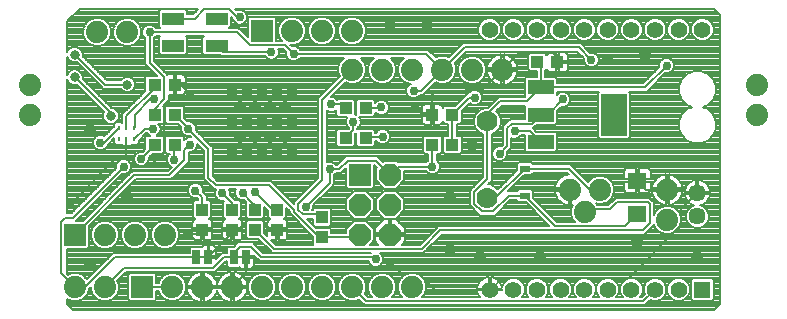
<source format=gbl>
G75*
%MOIN*%
%OFA0B0*%
%FSLAX25Y25*%
%IPPOS*%
%LPD*%
%AMOC8*
5,1,8,0,0,1.08239X$1,22.5*
%
%ADD10R,0.01063X0.01575*%
%ADD11R,0.04331X0.03937*%
%ADD12R,0.03268X0.02480*%
%ADD13C,0.07000*%
%ADD14C,0.07400*%
%ADD15R,0.03937X0.04331*%
%ADD16R,0.07400X0.07400*%
%ADD17C,0.00800*%
%ADD18R,0.02500X0.05000*%
%ADD19C,0.05600*%
%ADD20R,0.05600X0.05600*%
%ADD21R,0.07480X0.04331*%
%ADD22R,0.06299X0.05512*%
%ADD23C,0.05700*%
%ADD24R,0.08800X0.04800*%
%ADD25R,0.08661X0.14173*%
%ADD26OC8,0.07400*%
%ADD27C,0.02978*%
%ADD28C,0.04159*%
%ADD29C,0.00600*%
%ADD30C,0.03175*%
D10*
X0143141Y0185212D03*
X0145700Y0185212D03*
X0148259Y0185212D03*
X0148259Y0189149D03*
X0145700Y0189149D03*
X0143141Y0189149D03*
D11*
X0155154Y0193500D03*
X0161846Y0193500D03*
X0161846Y0183500D03*
X0155154Y0183500D03*
X0155154Y0203500D03*
X0161846Y0203500D03*
X0218754Y0195600D03*
X0225446Y0195600D03*
X0225446Y0185800D03*
X0218754Y0185800D03*
X0247654Y0183500D03*
X0254346Y0183500D03*
X0254346Y0193500D03*
X0247654Y0193500D03*
X0282654Y0211000D03*
X0289346Y0211000D03*
D12*
X0278500Y0175528D03*
X0278500Y0166472D03*
D13*
X0266000Y0165705D03*
X0266000Y0191295D03*
D14*
X0261000Y0208500D03*
X0271000Y0208500D03*
X0251000Y0208500D03*
X0241000Y0208500D03*
X0231000Y0208500D03*
X0221000Y0208500D03*
X0220900Y0221500D03*
X0210900Y0221500D03*
X0200900Y0221500D03*
X0146000Y0221000D03*
X0136000Y0221000D03*
X0113500Y0203500D03*
X0113500Y0193500D03*
X0138500Y0153500D03*
X0148500Y0153500D03*
X0158500Y0153500D03*
X0161000Y0136000D03*
X0171000Y0136000D03*
X0181000Y0136000D03*
X0191000Y0136000D03*
X0201000Y0136000D03*
X0211000Y0136000D03*
X0221000Y0136000D03*
X0231000Y0136000D03*
X0241000Y0136000D03*
X0293500Y0168500D03*
X0298500Y0161000D03*
X0303500Y0168500D03*
X0326000Y0168500D03*
X0326000Y0158500D03*
X0356000Y0193500D03*
X0356000Y0203500D03*
X0138500Y0136000D03*
X0128500Y0136000D03*
D15*
X0171000Y0155154D03*
X0171000Y0161846D03*
X0181000Y0161846D03*
X0181000Y0155154D03*
X0188500Y0155154D03*
X0188500Y0161846D03*
X0196000Y0161846D03*
X0196000Y0155154D03*
X0211000Y0152654D03*
X0211000Y0159346D03*
D16*
X0223500Y0173500D03*
X0190900Y0221500D03*
X0128500Y0153500D03*
X0151000Y0136000D03*
D17*
X0127988Y0128300D02*
X0126000Y0130288D01*
X0126000Y0131948D01*
X0127565Y0131300D01*
X0129435Y0131300D01*
X0131162Y0132016D01*
X0132484Y0133338D01*
X0133200Y0135065D01*
X0133200Y0135367D01*
X0133800Y0135967D01*
X0133800Y0135065D01*
X0134516Y0133338D01*
X0135838Y0132016D01*
X0137565Y0131300D01*
X0139435Y0131300D01*
X0141162Y0132016D01*
X0142484Y0133338D01*
X0143200Y0135065D01*
X0143200Y0136935D01*
X0142677Y0138197D01*
X0145580Y0141100D01*
X0175244Y0141100D01*
X0176064Y0141920D01*
X0178744Y0144600D01*
X0179250Y0144600D01*
X0179250Y0143086D01*
X0179836Y0142500D01*
X0183164Y0142500D01*
X0183217Y0142553D01*
X0183390Y0142380D01*
X0183710Y0142195D01*
X0184066Y0142100D01*
X0185275Y0142100D01*
X0185275Y0144600D01*
X0185580Y0144600D01*
X0185725Y0144745D01*
X0185725Y0142100D01*
X0186934Y0142100D01*
X0187290Y0142195D01*
X0187610Y0142380D01*
X0187870Y0142640D01*
X0188055Y0142960D01*
X0188150Y0143316D01*
X0188150Y0145775D01*
X0186400Y0145775D01*
X0186400Y0146225D01*
X0188150Y0146225D01*
X0188150Y0146534D01*
X0190084Y0144600D01*
X0226396Y0144600D01*
X0226690Y0143890D01*
X0227390Y0143190D01*
X0228305Y0142811D01*
X0229295Y0142811D01*
X0230210Y0143190D01*
X0230910Y0143890D01*
X0231289Y0144805D01*
X0231289Y0145795D01*
X0230910Y0146710D01*
X0230220Y0147400D01*
X0244680Y0147400D01*
X0245500Y0148220D01*
X0250780Y0153500D01*
X0318311Y0153500D01*
X0319132Y0154320D01*
X0320730Y0155918D01*
X0321550Y0156738D01*
X0321550Y0156963D01*
X0322016Y0155838D01*
X0323338Y0154516D01*
X0325065Y0153800D01*
X0326935Y0153800D01*
X0328662Y0154516D01*
X0329984Y0155838D01*
X0330700Y0157565D01*
X0330700Y0159435D01*
X0329984Y0161162D01*
X0328662Y0162484D01*
X0326935Y0163200D01*
X0325065Y0163200D01*
X0323338Y0162484D01*
X0322016Y0161162D01*
X0321550Y0160037D01*
X0321550Y0164238D01*
X0320964Y0164824D01*
X0320144Y0165644D01*
X0308664Y0165644D01*
X0307844Y0164824D01*
X0306308Y0163288D01*
X0302639Y0163288D01*
X0302484Y0163662D01*
X0302192Y0163954D01*
X0302565Y0163800D01*
X0304435Y0163800D01*
X0306162Y0164516D01*
X0307484Y0165838D01*
X0308200Y0167565D01*
X0308200Y0169435D01*
X0307484Y0171162D01*
X0306162Y0172484D01*
X0304435Y0173200D01*
X0302565Y0173200D01*
X0300838Y0172484D01*
X0299516Y0171162D01*
X0299501Y0171126D01*
X0293699Y0176928D01*
X0281134Y0176928D01*
X0281134Y0177182D01*
X0280548Y0177768D01*
X0276452Y0177768D01*
X0275866Y0177182D01*
X0275866Y0174874D01*
X0269531Y0168538D01*
X0268549Y0169520D01*
X0266895Y0170205D01*
X0266116Y0170205D01*
X0267400Y0171489D01*
X0267400Y0187004D01*
X0268549Y0187480D01*
X0269815Y0188746D01*
X0270500Y0190400D01*
X0270500Y0192190D01*
X0269815Y0193844D01*
X0269020Y0194640D01*
X0270880Y0196500D01*
X0278586Y0196500D01*
X0278400Y0196314D01*
X0278400Y0191889D01*
X0273489Y0191889D01*
X0272669Y0191069D01*
X0272031Y0190431D01*
X0271211Y0189611D01*
X0271211Y0183491D01*
X0270605Y0182885D01*
X0270595Y0182889D01*
X0269605Y0182889D01*
X0268690Y0182510D01*
X0267990Y0181810D01*
X0267611Y0180895D01*
X0267611Y0179905D01*
X0267990Y0178990D01*
X0268690Y0178290D01*
X0269605Y0177911D01*
X0270595Y0177911D01*
X0271510Y0178290D01*
X0272210Y0178990D01*
X0272589Y0179905D01*
X0272589Y0180895D01*
X0272585Y0180905D01*
X0274011Y0182331D01*
X0274011Y0185757D01*
X0274605Y0185511D01*
X0275595Y0185511D01*
X0276510Y0185890D01*
X0277210Y0186590D01*
X0277214Y0186600D01*
X0278400Y0186600D01*
X0278400Y0181586D01*
X0278986Y0181000D01*
X0288614Y0181000D01*
X0289200Y0181586D01*
X0289200Y0187214D01*
X0288614Y0187800D01*
X0282380Y0187800D01*
X0281091Y0189089D01*
X0281369Y0189089D01*
X0282189Y0189909D01*
X0282380Y0190100D01*
X0288614Y0190100D01*
X0289200Y0190686D01*
X0289200Y0194620D01*
X0290695Y0196115D01*
X0290705Y0196111D01*
X0291695Y0196111D01*
X0292610Y0196490D01*
X0293310Y0197190D01*
X0293689Y0198105D01*
X0293689Y0199095D01*
X0293310Y0200010D01*
X0292610Y0200710D01*
X0291695Y0201089D01*
X0290705Y0201089D01*
X0289790Y0200710D01*
X0289200Y0200120D01*
X0289200Y0201200D01*
X0303069Y0201200D01*
X0302870Y0201001D01*
X0302870Y0185999D01*
X0303456Y0185413D01*
X0312946Y0185413D01*
X0313531Y0185999D01*
X0313531Y0201001D01*
X0313332Y0201200D01*
X0319180Y0201200D01*
X0325295Y0207315D01*
X0325305Y0207311D01*
X0326295Y0207311D01*
X0327210Y0207690D01*
X0327910Y0208390D01*
X0328289Y0209305D01*
X0328289Y0210295D01*
X0327910Y0211210D01*
X0327210Y0211910D01*
X0326295Y0212289D01*
X0325305Y0212289D01*
X0324390Y0211910D01*
X0323690Y0211210D01*
X0323311Y0210295D01*
X0323311Y0209305D01*
X0323315Y0209295D01*
X0318020Y0204000D01*
X0289200Y0204000D01*
X0289200Y0205414D01*
X0288614Y0206000D01*
X0285200Y0206000D01*
X0285200Y0208031D01*
X0285233Y0208031D01*
X0285819Y0208617D01*
X0285819Y0208706D01*
X0285877Y0208491D01*
X0286061Y0208172D01*
X0286321Y0207911D01*
X0286641Y0207727D01*
X0286997Y0207631D01*
X0288946Y0207631D01*
X0288946Y0210600D01*
X0289746Y0210600D01*
X0289746Y0207631D01*
X0291696Y0207631D01*
X0292052Y0207727D01*
X0292371Y0207911D01*
X0292632Y0208172D01*
X0292816Y0208491D01*
X0292912Y0208847D01*
X0292912Y0210600D01*
X0289746Y0210600D01*
X0289746Y0211400D01*
X0288946Y0211400D01*
X0288946Y0214368D01*
X0286997Y0214368D01*
X0286641Y0214273D01*
X0286321Y0214089D01*
X0286061Y0213828D01*
X0285877Y0213509D01*
X0285819Y0213294D01*
X0285819Y0213383D01*
X0285233Y0213968D01*
X0280074Y0213968D01*
X0279488Y0213383D01*
X0279488Y0208617D01*
X0280074Y0208031D01*
X0282400Y0208031D01*
X0282400Y0206000D01*
X0278986Y0206000D01*
X0278400Y0205414D01*
X0278400Y0199786D01*
X0278703Y0199483D01*
X0278520Y0199300D01*
X0269720Y0199300D01*
X0266215Y0195795D01*
X0265105Y0195795D01*
X0263451Y0195110D01*
X0262185Y0193844D01*
X0261500Y0192190D01*
X0261500Y0190400D01*
X0262185Y0188746D01*
X0263451Y0187480D01*
X0264600Y0187004D01*
X0264600Y0172649D01*
X0260920Y0168969D01*
X0260100Y0168149D01*
X0260100Y0163261D01*
X0263556Y0159805D01*
X0268444Y0159805D01*
X0273712Y0165072D01*
X0275866Y0165072D01*
X0275866Y0164818D01*
X0276452Y0164232D01*
X0278760Y0164232D01*
X0286693Y0156300D01*
X0249620Y0156300D01*
X0248800Y0155480D01*
X0243520Y0150200D01*
X0237412Y0150200D01*
X0238600Y0151388D01*
X0238600Y0153100D01*
X0233900Y0153100D01*
X0233900Y0153900D01*
X0233100Y0153900D01*
X0233100Y0158600D01*
X0231388Y0158600D01*
X0228400Y0155612D01*
X0228400Y0153900D01*
X0233100Y0153900D01*
X0233100Y0153100D01*
X0228400Y0153100D01*
X0228400Y0151388D01*
X0229588Y0150200D01*
X0226847Y0150200D01*
X0228200Y0151553D01*
X0228200Y0155447D01*
X0225447Y0158200D01*
X0221553Y0158200D01*
X0218800Y0155447D01*
X0218800Y0154054D01*
X0213968Y0154054D01*
X0213968Y0155233D01*
X0213383Y0155819D01*
X0208841Y0155819D01*
X0205809Y0158851D01*
X0208031Y0158851D01*
X0208031Y0156767D01*
X0208617Y0156181D01*
X0213383Y0156181D01*
X0213968Y0156767D01*
X0213968Y0161926D01*
X0213383Y0162512D01*
X0208617Y0162512D01*
X0208031Y0161926D01*
X0208031Y0161651D01*
X0207683Y0161651D01*
X0207929Y0162245D01*
X0207929Y0163235D01*
X0207925Y0163245D01*
X0214069Y0169389D01*
X0214889Y0170209D01*
X0214889Y0173197D01*
X0214899Y0173201D01*
X0215599Y0173901D01*
X0215603Y0173911D01*
X0217077Y0173911D01*
X0218800Y0175634D01*
X0218800Y0169386D01*
X0219386Y0168800D01*
X0227614Y0168800D01*
X0228200Y0169386D01*
X0228200Y0176800D01*
X0228220Y0176800D01*
X0229187Y0175833D01*
X0228800Y0175447D01*
X0228800Y0171553D01*
X0231553Y0168800D01*
X0235447Y0168800D01*
X0238200Y0171553D01*
X0238200Y0174746D01*
X0245567Y0174746D01*
X0245590Y0174690D01*
X0246290Y0173990D01*
X0247205Y0173611D01*
X0248195Y0173611D01*
X0249110Y0173990D01*
X0249810Y0174690D01*
X0250189Y0175605D01*
X0250189Y0176595D01*
X0249810Y0177510D01*
X0249110Y0178210D01*
X0249054Y0178233D01*
X0249054Y0180531D01*
X0250233Y0180531D01*
X0250819Y0181117D01*
X0250819Y0185883D01*
X0250233Y0186468D01*
X0245074Y0186468D01*
X0244488Y0185883D01*
X0244488Y0181117D01*
X0245074Y0180531D01*
X0246254Y0180531D01*
X0246254Y0178173D01*
X0245627Y0177546D01*
X0236100Y0177546D01*
X0235447Y0178200D01*
X0231553Y0178200D01*
X0231167Y0177813D01*
X0229380Y0179600D01*
X0218806Y0179600D01*
X0217986Y0178780D01*
X0215917Y0176711D01*
X0215603Y0176711D01*
X0215599Y0176721D01*
X0214899Y0177421D01*
X0213984Y0177800D01*
X0212994Y0177800D01*
X0212400Y0177554D01*
X0212400Y0194880D01*
X0212490Y0194790D01*
X0213405Y0194411D01*
X0214395Y0194411D01*
X0215310Y0194790D01*
X0215588Y0195068D01*
X0215588Y0193217D01*
X0216174Y0192631D01*
X0219312Y0192631D01*
X0219190Y0192510D01*
X0218811Y0191595D01*
X0218811Y0190605D01*
X0219190Y0189690D01*
X0219890Y0188990D01*
X0219900Y0188986D01*
X0219900Y0188926D01*
X0219742Y0188768D01*
X0216174Y0188768D01*
X0215588Y0188183D01*
X0215588Y0183417D01*
X0216174Y0182831D01*
X0221333Y0182831D01*
X0221919Y0183417D01*
X0221919Y0186985D01*
X0222281Y0187348D01*
X0222281Y0183417D01*
X0222867Y0182831D01*
X0228026Y0182831D01*
X0228612Y0183417D01*
X0228612Y0184700D01*
X0228986Y0184700D01*
X0228990Y0184690D01*
X0229690Y0183990D01*
X0230605Y0183611D01*
X0231595Y0183611D01*
X0232510Y0183990D01*
X0233210Y0184690D01*
X0233589Y0185605D01*
X0233589Y0186595D01*
X0233210Y0187510D01*
X0232510Y0188210D01*
X0231595Y0188589D01*
X0230605Y0188589D01*
X0229690Y0188210D01*
X0228990Y0187510D01*
X0228986Y0187500D01*
X0228612Y0187500D01*
X0228612Y0188183D01*
X0228026Y0188768D01*
X0222867Y0188768D01*
X0222700Y0188602D01*
X0222700Y0188986D01*
X0222710Y0188990D01*
X0223410Y0189690D01*
X0223789Y0190605D01*
X0223789Y0191595D01*
X0223410Y0192510D01*
X0223288Y0192631D01*
X0228026Y0192631D01*
X0228612Y0193217D01*
X0228612Y0194200D01*
X0228880Y0194200D01*
X0229290Y0193790D01*
X0230205Y0193411D01*
X0231195Y0193411D01*
X0232110Y0193790D01*
X0232810Y0194490D01*
X0233189Y0195405D01*
X0233189Y0196395D01*
X0232810Y0197310D01*
X0232110Y0198010D01*
X0231195Y0198389D01*
X0230205Y0198389D01*
X0229290Y0198010D01*
X0228612Y0197332D01*
X0228612Y0197983D01*
X0228026Y0198568D01*
X0222867Y0198568D01*
X0222281Y0197983D01*
X0222281Y0193388D01*
X0221919Y0193538D01*
X0221919Y0197983D01*
X0221333Y0198568D01*
X0216174Y0198568D01*
X0215963Y0198357D01*
X0215310Y0199010D01*
X0214395Y0199389D01*
X0213869Y0199389D01*
X0218803Y0204323D01*
X0220065Y0203800D01*
X0221935Y0203800D01*
X0223662Y0204516D01*
X0224984Y0205838D01*
X0225700Y0207565D01*
X0225700Y0209435D01*
X0224984Y0211162D01*
X0223747Y0212400D01*
X0228253Y0212400D01*
X0227016Y0211162D01*
X0226300Y0209435D01*
X0226300Y0207565D01*
X0227016Y0205838D01*
X0228338Y0204516D01*
X0230065Y0203800D01*
X0231935Y0203800D01*
X0233662Y0204516D01*
X0234984Y0205838D01*
X0235700Y0207565D01*
X0235700Y0209435D01*
X0234984Y0211162D01*
X0233747Y0212400D01*
X0238253Y0212400D01*
X0237016Y0211162D01*
X0236300Y0209435D01*
X0236300Y0207565D01*
X0237016Y0205838D01*
X0238338Y0204516D01*
X0240065Y0203800D01*
X0240690Y0203800D01*
X0239990Y0203510D01*
X0239290Y0202810D01*
X0238911Y0201895D01*
X0238911Y0200905D01*
X0239290Y0199990D01*
X0239990Y0199290D01*
X0240905Y0198911D01*
X0241895Y0198911D01*
X0242810Y0199290D01*
X0243510Y0199990D01*
X0243514Y0200000D01*
X0244480Y0200000D01*
X0245300Y0200820D01*
X0245300Y0200820D01*
X0248803Y0204323D01*
X0250065Y0203800D01*
X0251935Y0203800D01*
X0253662Y0204516D01*
X0254984Y0205838D01*
X0255700Y0207565D01*
X0255700Y0209435D01*
X0255177Y0210697D01*
X0258980Y0214500D01*
X0295920Y0214500D01*
X0298215Y0212205D01*
X0298211Y0212195D01*
X0298211Y0211205D01*
X0298590Y0210290D01*
X0299290Y0209590D01*
X0300205Y0209211D01*
X0301195Y0209211D01*
X0302110Y0209590D01*
X0302810Y0210290D01*
X0303189Y0211205D01*
X0303189Y0212195D01*
X0302810Y0213110D01*
X0302110Y0213810D01*
X0301195Y0214189D01*
X0300205Y0214189D01*
X0300195Y0214185D01*
X0297080Y0217300D01*
X0257820Y0217300D01*
X0257000Y0216480D01*
X0253197Y0212677D01*
X0251935Y0213200D01*
X0250065Y0213200D01*
X0248803Y0212677D01*
X0246280Y0215200D01*
X0203514Y0215200D01*
X0203510Y0215210D01*
X0202810Y0215910D01*
X0201895Y0216289D01*
X0200905Y0216289D01*
X0200895Y0216285D01*
X0200380Y0216800D01*
X0201835Y0216800D01*
X0203562Y0217516D01*
X0204884Y0218838D01*
X0205600Y0220565D01*
X0205600Y0222435D01*
X0204884Y0224162D01*
X0203562Y0225484D01*
X0201835Y0226200D01*
X0199965Y0226200D01*
X0198238Y0225484D01*
X0196916Y0224162D01*
X0196200Y0222435D01*
X0196200Y0220565D01*
X0196916Y0218838D01*
X0197553Y0218200D01*
X0195600Y0218200D01*
X0195600Y0225614D01*
X0195014Y0226200D01*
X0186786Y0226200D01*
X0186200Y0225614D01*
X0186200Y0219366D01*
X0183986Y0221580D01*
X0183166Y0222400D01*
X0179976Y0222400D01*
X0180524Y0222948D01*
X0180524Y0226127D01*
X0181011Y0225640D01*
X0181011Y0225505D01*
X0181390Y0224590D01*
X0182090Y0223890D01*
X0183005Y0223511D01*
X0183995Y0223511D01*
X0184910Y0223890D01*
X0185610Y0224590D01*
X0185989Y0225505D01*
X0185989Y0226495D01*
X0185610Y0227410D01*
X0184910Y0228110D01*
X0183995Y0228489D01*
X0183005Y0228489D01*
X0182380Y0228230D01*
X0181911Y0228700D01*
X0341512Y0228700D01*
X0343500Y0226712D01*
X0343500Y0130288D01*
X0341512Y0128300D01*
X0127988Y0128300D01*
X0127526Y0128762D02*
X0341974Y0128762D01*
X0342772Y0129560D02*
X0126728Y0129560D01*
X0126000Y0130359D02*
X0224661Y0130359D01*
X0224300Y0130720D02*
X0225120Y0129900D01*
X0314080Y0129900D01*
X0314180Y0130000D01*
X0318551Y0130000D01*
X0319313Y0130762D01*
X0320297Y0131746D01*
X0321150Y0131393D01*
X0322661Y0131393D01*
X0324058Y0131971D01*
X0325127Y0133040D01*
X0325705Y0134437D01*
X0325705Y0135949D01*
X0325127Y0137345D01*
X0324058Y0138414D01*
X0322661Y0138993D01*
X0321150Y0138993D01*
X0319753Y0138414D01*
X0318684Y0137345D01*
X0318106Y0135949D01*
X0318106Y0134437D01*
X0318459Y0133585D01*
X0317474Y0132600D01*
X0316813Y0132600D01*
X0317253Y0133040D01*
X0317831Y0134437D01*
X0317831Y0135949D01*
X0317253Y0137345D01*
X0316184Y0138414D01*
X0314787Y0138993D01*
X0313276Y0138993D01*
X0311879Y0138414D01*
X0310810Y0137345D01*
X0310231Y0135949D01*
X0310231Y0134437D01*
X0310810Y0133040D01*
X0311150Y0132700D01*
X0309039Y0132700D01*
X0309379Y0133040D01*
X0309957Y0134437D01*
X0309957Y0135949D01*
X0309379Y0137345D01*
X0308310Y0138414D01*
X0306913Y0138993D01*
X0305402Y0138993D01*
X0304005Y0138414D01*
X0302936Y0137345D01*
X0302357Y0135949D01*
X0302357Y0134437D01*
X0302936Y0133040D01*
X0303276Y0132700D01*
X0301165Y0132700D01*
X0301505Y0133040D01*
X0302083Y0134437D01*
X0302083Y0135949D01*
X0301505Y0137345D01*
X0300436Y0138414D01*
X0299039Y0138993D01*
X0297528Y0138993D01*
X0296131Y0138414D01*
X0295062Y0137345D01*
X0294483Y0135949D01*
X0294483Y0134437D01*
X0295062Y0133040D01*
X0295402Y0132700D01*
X0293291Y0132700D01*
X0293631Y0133040D01*
X0294209Y0134437D01*
X0294209Y0135949D01*
X0293631Y0137345D01*
X0292562Y0138414D01*
X0291165Y0138993D01*
X0289654Y0138993D01*
X0288257Y0138414D01*
X0287188Y0137345D01*
X0286609Y0135949D01*
X0286609Y0134437D01*
X0287188Y0133040D01*
X0287528Y0132700D01*
X0285416Y0132700D01*
X0285757Y0133040D01*
X0286335Y0134437D01*
X0286335Y0135949D01*
X0285757Y0137345D01*
X0284688Y0138414D01*
X0283291Y0138993D01*
X0281780Y0138993D01*
X0280383Y0138414D01*
X0279314Y0137345D01*
X0278735Y0135949D01*
X0278735Y0134437D01*
X0279314Y0133040D01*
X0279654Y0132700D01*
X0277542Y0132700D01*
X0277883Y0133040D01*
X0278461Y0134437D01*
X0278461Y0135949D01*
X0277883Y0137345D01*
X0276814Y0138414D01*
X0275417Y0138993D01*
X0273906Y0138993D01*
X0272509Y0138414D01*
X0271440Y0137345D01*
X0270904Y0136051D01*
X0270884Y0136176D01*
X0270680Y0136805D01*
X0270380Y0137394D01*
X0269991Y0137929D01*
X0269524Y0138396D01*
X0268989Y0138785D01*
X0268400Y0139085D01*
X0267771Y0139289D01*
X0267118Y0139393D01*
X0267076Y0139393D01*
X0267076Y0135482D01*
X0266498Y0135482D01*
X0266498Y0134904D01*
X0262587Y0134904D01*
X0262587Y0134862D01*
X0262691Y0134209D01*
X0262895Y0133581D01*
X0263195Y0132992D01*
X0263407Y0132700D01*
X0244347Y0132700D01*
X0244984Y0133338D01*
X0245700Y0135065D01*
X0245700Y0136935D01*
X0244984Y0138662D01*
X0243662Y0139984D01*
X0241935Y0140700D01*
X0240065Y0140700D01*
X0238338Y0139984D01*
X0237016Y0138662D01*
X0236300Y0136935D01*
X0236300Y0135065D01*
X0237016Y0133338D01*
X0237653Y0132700D01*
X0234347Y0132700D01*
X0234984Y0133338D01*
X0235700Y0135065D01*
X0235700Y0136935D01*
X0234984Y0138662D01*
X0233662Y0139984D01*
X0231935Y0140700D01*
X0230065Y0140700D01*
X0228338Y0139984D01*
X0227016Y0138662D01*
X0226300Y0136935D01*
X0226300Y0135065D01*
X0227016Y0133338D01*
X0227653Y0132700D01*
X0226280Y0132700D01*
X0225177Y0133803D01*
X0225700Y0135065D01*
X0225700Y0136935D01*
X0224984Y0138662D01*
X0223662Y0139984D01*
X0221935Y0140700D01*
X0220065Y0140700D01*
X0218338Y0139984D01*
X0217016Y0138662D01*
X0216300Y0136935D01*
X0216300Y0135065D01*
X0217016Y0133338D01*
X0218338Y0132016D01*
X0220065Y0131300D01*
X0221935Y0131300D01*
X0223197Y0131823D01*
X0224300Y0130720D01*
X0223863Y0131157D02*
X0182600Y0131157D01*
X0182958Y0131274D02*
X0183673Y0131638D01*
X0184322Y0132110D01*
X0184890Y0132678D01*
X0185362Y0133327D01*
X0185726Y0134042D01*
X0185974Y0134806D01*
X0186100Y0135599D01*
X0186100Y0135600D01*
X0181400Y0135600D01*
X0181400Y0136400D01*
X0180600Y0136400D01*
X0180600Y0141100D01*
X0180599Y0141100D01*
X0179806Y0140974D01*
X0179042Y0140726D01*
X0178327Y0140362D01*
X0177678Y0139890D01*
X0177110Y0139322D01*
X0176638Y0138673D01*
X0176274Y0137958D01*
X0176026Y0137194D01*
X0176000Y0137033D01*
X0175974Y0137194D01*
X0175726Y0137958D01*
X0175362Y0138673D01*
X0174890Y0139322D01*
X0174322Y0139890D01*
X0173673Y0140362D01*
X0172958Y0140726D01*
X0172194Y0140974D01*
X0171401Y0141100D01*
X0171400Y0141100D01*
X0171400Y0136400D01*
X0170600Y0136400D01*
X0170600Y0141100D01*
X0170599Y0141100D01*
X0169806Y0140974D01*
X0169042Y0140726D01*
X0168327Y0140362D01*
X0167678Y0139890D01*
X0167110Y0139322D01*
X0166638Y0138673D01*
X0166274Y0137958D01*
X0166026Y0137194D01*
X0165900Y0136401D01*
X0165900Y0136400D01*
X0170600Y0136400D01*
X0170600Y0135600D01*
X0165900Y0135600D01*
X0165900Y0135599D01*
X0166026Y0134806D01*
X0166274Y0134042D01*
X0166638Y0133327D01*
X0167110Y0132678D01*
X0167678Y0132110D01*
X0168327Y0131638D01*
X0169042Y0131274D01*
X0169806Y0131026D01*
X0170599Y0130900D01*
X0170600Y0130900D01*
X0170600Y0135600D01*
X0171400Y0135600D01*
X0171400Y0136400D01*
X0180600Y0136400D01*
X0180600Y0135600D01*
X0181400Y0135600D01*
X0181400Y0130900D01*
X0181401Y0130900D01*
X0182194Y0131026D01*
X0182958Y0131274D01*
X0184110Y0131956D02*
X0188482Y0131956D01*
X0188338Y0132016D02*
X0190065Y0131300D01*
X0191935Y0131300D01*
X0193662Y0132016D01*
X0194984Y0133338D01*
X0195700Y0135065D01*
X0195700Y0136935D01*
X0194984Y0138662D01*
X0193662Y0139984D01*
X0191935Y0140700D01*
X0190065Y0140700D01*
X0188338Y0139984D01*
X0187016Y0138662D01*
X0186300Y0136935D01*
X0186300Y0135065D01*
X0187016Y0133338D01*
X0188338Y0132016D01*
X0187599Y0132754D02*
X0184946Y0132754D01*
X0185477Y0133553D02*
X0186926Y0133553D01*
X0186596Y0134351D02*
X0185827Y0134351D01*
X0186029Y0135150D02*
X0186300Y0135150D01*
X0186300Y0135948D02*
X0181400Y0135948D01*
X0181000Y0136000D02*
X0180800Y0136000D01*
X0185500Y0140700D01*
X0185500Y0146000D01*
X0185000Y0146000D02*
X0182000Y0146000D01*
X0181500Y0146000D02*
X0178500Y0146000D01*
X0180600Y0146000D01*
X0180600Y0146580D01*
X0183520Y0149500D01*
X0187164Y0149500D01*
X0190664Y0146000D01*
X0228100Y0146000D01*
X0228800Y0145300D01*
X0231068Y0146329D02*
X0343500Y0146329D01*
X0343500Y0145531D02*
X0231289Y0145531D01*
X0231259Y0144732D02*
X0343500Y0144732D01*
X0343500Y0143934D02*
X0230928Y0143934D01*
X0230077Y0143135D02*
X0343500Y0143135D01*
X0343500Y0142337D02*
X0187535Y0142337D01*
X0188102Y0143135D02*
X0227523Y0143135D01*
X0226672Y0143934D02*
X0188150Y0143934D01*
X0188150Y0144732D02*
X0189952Y0144732D01*
X0189154Y0145531D02*
X0188150Y0145531D01*
X0188150Y0146329D02*
X0188355Y0146329D01*
X0190718Y0147926D02*
X0193748Y0147926D01*
X0193454Y0148220D02*
X0194274Y0147400D01*
X0227380Y0147400D01*
X0227380Y0147400D01*
X0191244Y0147400D01*
X0188564Y0150080D01*
X0187744Y0150900D01*
X0182940Y0150900D01*
X0181540Y0149500D01*
X0179836Y0149500D01*
X0179250Y0148914D01*
X0179250Y0147400D01*
X0177584Y0147400D01*
X0175650Y0145466D01*
X0175650Y0145775D01*
X0173900Y0145775D01*
X0173900Y0146225D01*
X0175650Y0146225D01*
X0175650Y0148684D01*
X0175555Y0149040D01*
X0175370Y0149360D01*
X0175110Y0149620D01*
X0174790Y0149805D01*
X0174434Y0149900D01*
X0173225Y0149900D01*
X0173225Y0147255D01*
X0173080Y0147400D01*
X0172775Y0147400D01*
X0172775Y0149900D01*
X0171566Y0149900D01*
X0171210Y0149805D01*
X0170890Y0149620D01*
X0170717Y0149447D01*
X0170664Y0149500D01*
X0167336Y0149500D01*
X0166750Y0148914D01*
X0166750Y0147500D01*
X0141373Y0147500D01*
X0132499Y0138626D01*
X0132484Y0138662D01*
X0131162Y0139984D01*
X0129435Y0140700D01*
X0127565Y0140700D01*
X0126303Y0140177D01*
X0126000Y0140480D01*
X0126000Y0148800D01*
X0132614Y0148800D01*
X0133200Y0149386D01*
X0133200Y0156220D01*
X0148880Y0171900D01*
X0160600Y0171900D01*
X0161420Y0172720D01*
X0166412Y0177712D01*
X0166412Y0180911D01*
X0167295Y0180911D01*
X0168210Y0181290D01*
X0168910Y0181990D01*
X0169289Y0182905D01*
X0169289Y0183831D01*
X0171600Y0181520D01*
X0171600Y0171920D01*
X0174831Y0168689D01*
X0175581Y0168689D01*
X0175211Y0167795D01*
X0175211Y0166805D01*
X0175590Y0165890D01*
X0176290Y0165190D01*
X0177205Y0164811D01*
X0178195Y0164811D01*
X0178205Y0164815D01*
X0178313Y0164707D01*
X0178031Y0164426D01*
X0178031Y0159267D01*
X0178617Y0158681D01*
X0178706Y0158681D01*
X0178491Y0158623D01*
X0178172Y0158439D01*
X0177911Y0158179D01*
X0177727Y0157859D01*
X0177631Y0157503D01*
X0177631Y0155554D01*
X0180600Y0155554D01*
X0180600Y0154754D01*
X0177631Y0154754D01*
X0177631Y0152804D01*
X0177727Y0152448D01*
X0177911Y0152129D01*
X0178172Y0151868D01*
X0178491Y0151684D01*
X0178847Y0151588D01*
X0180600Y0151588D01*
X0180600Y0154753D01*
X0181400Y0154753D01*
X0181400Y0151588D01*
X0183153Y0151588D01*
X0183509Y0151684D01*
X0183828Y0151868D01*
X0184089Y0152129D01*
X0184273Y0152448D01*
X0184368Y0152804D01*
X0184368Y0154754D01*
X0181400Y0154754D01*
X0181400Y0155554D01*
X0184368Y0155554D01*
X0184368Y0157503D01*
X0184273Y0157859D01*
X0184089Y0158179D01*
X0183828Y0158439D01*
X0183509Y0158623D01*
X0183294Y0158681D01*
X0183383Y0158681D01*
X0183968Y0159267D01*
X0183968Y0164426D01*
X0183383Y0165012D01*
X0181968Y0165012D01*
X0180185Y0166795D01*
X0180189Y0166805D01*
X0180189Y0167795D01*
X0179819Y0168689D01*
X0182240Y0168689D01*
X0181911Y0167895D01*
X0181911Y0166905D01*
X0182290Y0165990D01*
X0182990Y0165290D01*
X0183905Y0164911D01*
X0184895Y0164911D01*
X0184905Y0164915D01*
X0185531Y0164289D01*
X0185531Y0159267D01*
X0186117Y0158681D01*
X0190883Y0158681D01*
X0191468Y0159267D01*
X0191468Y0162852D01*
X0193031Y0161289D01*
X0193031Y0159267D01*
X0193617Y0158681D01*
X0193706Y0158681D01*
X0193491Y0158623D01*
X0193172Y0158439D01*
X0192911Y0158179D01*
X0192727Y0157859D01*
X0192631Y0157503D01*
X0192631Y0155554D01*
X0195600Y0155554D01*
X0195600Y0154754D01*
X0192631Y0154754D01*
X0192631Y0153002D01*
X0191468Y0154165D01*
X0191468Y0157733D01*
X0190883Y0158319D01*
X0194048Y0155154D01*
X0196000Y0155154D01*
X0196400Y0155113D02*
X0205588Y0155113D01*
X0206386Y0154314D02*
X0199368Y0154314D01*
X0199368Y0154754D02*
X0199368Y0152804D01*
X0199273Y0152448D01*
X0199089Y0152129D01*
X0198828Y0151868D01*
X0198509Y0151684D01*
X0198153Y0151588D01*
X0196400Y0151588D01*
X0196400Y0154753D01*
X0195600Y0154753D01*
X0195600Y0151588D01*
X0194045Y0151588D01*
X0195433Y0150200D01*
X0208031Y0150200D01*
X0208031Y0152669D01*
X0200151Y0160549D01*
X0200151Y0161264D01*
X0198968Y0162446D01*
X0198968Y0159267D01*
X0198383Y0158681D01*
X0198294Y0158681D01*
X0198509Y0158623D01*
X0198828Y0158439D01*
X0199089Y0158179D01*
X0199273Y0157859D01*
X0199368Y0157503D01*
X0199368Y0155554D01*
X0196400Y0155554D01*
X0196400Y0154754D01*
X0199368Y0154754D01*
X0199368Y0155911D02*
X0204789Y0155911D01*
X0203991Y0156710D02*
X0199368Y0156710D01*
X0199367Y0157508D02*
X0203192Y0157508D01*
X0202394Y0158307D02*
X0198961Y0158307D01*
X0198807Y0159105D02*
X0201595Y0159105D01*
X0200797Y0159904D02*
X0198968Y0159904D01*
X0198968Y0160702D02*
X0200151Y0160702D01*
X0199914Y0161501D02*
X0198968Y0161501D01*
X0198968Y0162299D02*
X0199115Y0162299D01*
X0201551Y0161844D02*
X0193306Y0170089D01*
X0175411Y0170089D01*
X0173000Y0172500D01*
X0173000Y0182100D01*
X0166300Y0188800D01*
X0166300Y0189046D01*
X0161846Y0193500D01*
X0162835Y0190531D02*
X0163887Y0189479D01*
X0163811Y0189295D01*
X0163811Y0188305D01*
X0164190Y0187390D01*
X0164890Y0186690D01*
X0165805Y0186311D01*
X0166795Y0186311D01*
X0166805Y0186315D01*
X0167231Y0185889D01*
X0166305Y0185889D01*
X0165390Y0185510D01*
X0165012Y0185132D01*
X0165012Y0185883D01*
X0164426Y0186468D01*
X0159267Y0186468D01*
X0158681Y0185883D01*
X0158681Y0181117D01*
X0159267Y0180531D01*
X0160212Y0180531D01*
X0159590Y0179910D01*
X0159211Y0178995D01*
X0159211Y0178005D01*
X0159590Y0177090D01*
X0160290Y0176390D01*
X0160884Y0176144D01*
X0159440Y0174700D01*
X0147720Y0174700D01*
X0146900Y0173880D01*
X0131220Y0158200D01*
X0128880Y0158200D01*
X0144295Y0173615D01*
X0144305Y0173611D01*
X0145295Y0173611D01*
X0146210Y0173990D01*
X0146910Y0174690D01*
X0147289Y0175605D01*
X0147289Y0176595D01*
X0146910Y0177510D01*
X0146210Y0178210D01*
X0145295Y0178589D01*
X0144305Y0178589D01*
X0143390Y0178210D01*
X0142690Y0177510D01*
X0142311Y0176595D01*
X0142311Y0175605D01*
X0142315Y0175595D01*
X0127277Y0160557D01*
X0126000Y0160557D01*
X0126000Y0205274D01*
X0126307Y0204534D01*
X0127034Y0203807D01*
X0127985Y0203413D01*
X0129015Y0203413D01*
X0129080Y0203440D01*
X0138252Y0194268D01*
X0137960Y0193562D01*
X0137960Y0192533D01*
X0138354Y0191582D01*
X0139082Y0190854D01*
X0140033Y0190460D01*
X0141062Y0190460D01*
X0142013Y0190854D01*
X0142741Y0191582D01*
X0143135Y0192533D01*
X0143135Y0193562D01*
X0142741Y0194513D01*
X0142013Y0195241D01*
X0141062Y0195635D01*
X0140845Y0195635D01*
X0131060Y0205420D01*
X0131087Y0205485D01*
X0131087Y0206515D01*
X0130693Y0207466D01*
X0129966Y0208193D01*
X0129015Y0208587D01*
X0127985Y0208587D01*
X0127034Y0208193D01*
X0126307Y0207466D01*
X0126000Y0206726D01*
X0126000Y0212774D01*
X0126307Y0212034D01*
X0127034Y0211307D01*
X0127985Y0210913D01*
X0129015Y0210913D01*
X0129080Y0210940D01*
X0137100Y0202920D01*
X0137920Y0202100D01*
X0143779Y0202100D01*
X0143807Y0202034D01*
X0144534Y0201307D01*
X0145485Y0200913D01*
X0146515Y0200913D01*
X0147466Y0201307D01*
X0148193Y0202034D01*
X0148587Y0202985D01*
X0148587Y0204015D01*
X0148193Y0204966D01*
X0147466Y0205693D01*
X0146515Y0206087D01*
X0145485Y0206087D01*
X0144534Y0205693D01*
X0143807Y0204966D01*
X0143779Y0204900D01*
X0139080Y0204900D01*
X0131060Y0212920D01*
X0131087Y0212985D01*
X0131087Y0214015D01*
X0130693Y0214966D01*
X0129966Y0215693D01*
X0129015Y0216087D01*
X0127985Y0216087D01*
X0127034Y0215693D01*
X0126307Y0214966D01*
X0126000Y0214226D01*
X0126000Y0224660D01*
X0130377Y0228700D01*
X0169656Y0228700D01*
X0167884Y0226928D01*
X0165957Y0226928D01*
X0165957Y0228107D01*
X0165371Y0228693D01*
X0157062Y0228693D01*
X0156476Y0228107D01*
X0156476Y0222948D01*
X0157024Y0222400D01*
X0155514Y0222400D01*
X0155510Y0222410D01*
X0154810Y0223110D01*
X0153895Y0223489D01*
X0152905Y0223489D01*
X0151990Y0223110D01*
X0151290Y0222410D01*
X0150911Y0221495D01*
X0150911Y0220505D01*
X0151290Y0219590D01*
X0151990Y0218890D01*
X0152000Y0218886D01*
X0152000Y0210222D01*
X0155753Y0206468D01*
X0152574Y0206468D01*
X0151988Y0205883D01*
X0151988Y0201288D01*
X0144300Y0193600D01*
X0144300Y0190723D01*
X0144087Y0190936D01*
X0142195Y0190936D01*
X0141609Y0190350D01*
X0141609Y0189597D01*
X0138277Y0186265D01*
X0137495Y0186589D01*
X0136505Y0186589D01*
X0135590Y0186210D01*
X0134890Y0185510D01*
X0134511Y0184595D01*
X0134511Y0183605D01*
X0134890Y0182690D01*
X0135590Y0181990D01*
X0136505Y0181611D01*
X0137495Y0181611D01*
X0138410Y0181990D01*
X0139110Y0182690D01*
X0139427Y0183455D01*
X0139492Y0183520D01*
X0141609Y0185637D01*
X0141609Y0184010D01*
X0142195Y0183424D01*
X0144087Y0183424D01*
X0144138Y0183475D01*
X0144309Y0183304D01*
X0144628Y0183120D01*
X0144984Y0183024D01*
X0145700Y0183024D01*
X0145700Y0185212D01*
X0145700Y0180080D01*
X0147191Y0178589D01*
X0141989Y0178589D01*
X0126900Y0163500D01*
X0126000Y0163896D02*
X0130616Y0163896D01*
X0129818Y0163098D02*
X0126000Y0163098D01*
X0126000Y0162299D02*
X0129019Y0162299D01*
X0128221Y0161501D02*
X0126000Y0161501D01*
X0126000Y0160702D02*
X0127422Y0160702D01*
X0127857Y0159157D02*
X0144800Y0176100D01*
X0147070Y0175075D02*
X0159816Y0175075D01*
X0160614Y0175874D02*
X0147289Y0175874D01*
X0147257Y0176672D02*
X0149108Y0176672D01*
X0149190Y0176590D02*
X0150105Y0176211D01*
X0151095Y0176211D01*
X0152010Y0176590D01*
X0152710Y0177290D01*
X0153089Y0178205D01*
X0153089Y0179195D01*
X0153085Y0179205D01*
X0154411Y0180531D01*
X0157733Y0180531D01*
X0158319Y0181117D01*
X0158319Y0185883D01*
X0157733Y0186468D01*
X0155717Y0186468D01*
X0156010Y0186590D01*
X0156710Y0187290D01*
X0157089Y0188205D01*
X0157089Y0189195D01*
X0156710Y0190110D01*
X0156288Y0190531D01*
X0157733Y0190531D01*
X0158319Y0191117D01*
X0158319Y0195883D01*
X0157951Y0196251D01*
X0159719Y0198019D01*
X0159719Y0200131D01*
X0161446Y0200131D01*
X0161446Y0203100D01*
X0162246Y0203100D01*
X0162246Y0200131D01*
X0164196Y0200131D01*
X0164552Y0200227D01*
X0164871Y0200411D01*
X0165132Y0200672D01*
X0165316Y0200991D01*
X0165412Y0201347D01*
X0165412Y0203100D01*
X0162246Y0203100D01*
X0162246Y0203900D01*
X0161446Y0203900D01*
X0161446Y0206868D01*
X0159497Y0206868D01*
X0159352Y0206830D01*
X0158899Y0207283D01*
X0154800Y0211382D01*
X0154800Y0218886D01*
X0154810Y0218890D01*
X0155510Y0219590D01*
X0155514Y0219600D01*
X0157024Y0219600D01*
X0156476Y0219052D01*
X0156476Y0213893D01*
X0157062Y0213307D01*
X0165371Y0213307D01*
X0165957Y0213893D01*
X0165957Y0219052D01*
X0165409Y0219600D01*
X0171591Y0219600D01*
X0171043Y0219052D01*
X0171043Y0213893D01*
X0171629Y0213307D01*
X0176969Y0213307D01*
X0177365Y0212911D01*
X0191886Y0212911D01*
X0191890Y0212901D01*
X0192590Y0212201D01*
X0193505Y0211822D01*
X0194495Y0211822D01*
X0195410Y0212201D01*
X0196110Y0212901D01*
X0196489Y0213816D01*
X0196489Y0214806D01*
X0196243Y0215400D01*
X0197820Y0215400D01*
X0198915Y0214305D01*
X0198911Y0214295D01*
X0198911Y0213305D01*
X0199290Y0212390D01*
X0199990Y0211690D01*
X0200905Y0211311D01*
X0201895Y0211311D01*
X0202810Y0211690D01*
X0203510Y0212390D01*
X0203514Y0212400D01*
X0218253Y0212400D01*
X0217016Y0211162D01*
X0216300Y0209435D01*
X0216300Y0207565D01*
X0216823Y0206303D01*
X0210420Y0199900D01*
X0209600Y0199080D01*
X0209600Y0172400D01*
X0202371Y0165171D01*
X0201551Y0164351D01*
X0201551Y0163823D01*
X0193885Y0171489D01*
X0175991Y0171489D01*
X0174400Y0173080D01*
X0174400Y0182680D01*
X0173580Y0183500D01*
X0168785Y0188295D01*
X0168789Y0188305D01*
X0168789Y0189295D01*
X0168410Y0190210D01*
X0167710Y0190910D01*
X0166795Y0191289D01*
X0166037Y0191289D01*
X0165012Y0192315D01*
X0165012Y0195883D01*
X0164426Y0196468D01*
X0159267Y0196468D01*
X0158681Y0195883D01*
X0158681Y0191117D01*
X0159267Y0190531D01*
X0162835Y0190531D01*
X0163119Y0190247D02*
X0156573Y0190247D01*
X0156984Y0189449D02*
X0163875Y0189449D01*
X0163811Y0188650D02*
X0157089Y0188650D01*
X0156943Y0187852D02*
X0163999Y0187852D01*
X0164527Y0187053D02*
X0156473Y0187053D01*
X0157947Y0186255D02*
X0159053Y0186255D01*
X0158681Y0185456D02*
X0158319Y0185456D01*
X0158319Y0184658D02*
X0158681Y0184658D01*
X0158681Y0183859D02*
X0158319Y0183859D01*
X0158319Y0183061D02*
X0158681Y0183061D01*
X0158681Y0182262D02*
X0158319Y0182262D01*
X0158319Y0181464D02*
X0158681Y0181464D01*
X0158319Y0181117D02*
X0153413Y0176211D01*
X0149569Y0176211D01*
X0147191Y0178589D01*
X0146728Y0179052D01*
X0146066Y0178270D02*
X0148111Y0178270D01*
X0148111Y0178205D02*
X0148490Y0177290D01*
X0149190Y0176590D01*
X0148415Y0177471D02*
X0146926Y0177471D01*
X0148111Y0178205D02*
X0148111Y0179195D01*
X0148490Y0180110D01*
X0149190Y0180810D01*
X0150105Y0181189D01*
X0151095Y0181189D01*
X0151105Y0181185D01*
X0151988Y0182068D01*
X0151988Y0185883D01*
X0152574Y0186468D01*
X0153483Y0186468D01*
X0153190Y0186590D01*
X0152490Y0187290D01*
X0152486Y0187300D01*
X0152327Y0187300D01*
X0149791Y0184763D01*
X0149791Y0184010D01*
X0149205Y0183424D01*
X0147313Y0183424D01*
X0147262Y0183475D01*
X0147091Y0183304D01*
X0146772Y0183120D01*
X0146416Y0183024D01*
X0145700Y0183024D01*
X0145700Y0185212D01*
X0145700Y0185212D01*
X0145700Y0184658D02*
X0145700Y0184658D01*
X0145700Y0183859D02*
X0145700Y0183859D01*
X0145700Y0183061D02*
X0145700Y0183061D01*
X0146551Y0183061D02*
X0151988Y0183061D01*
X0151988Y0183859D02*
X0149639Y0183859D01*
X0149791Y0184658D02*
X0151988Y0184658D01*
X0151988Y0185456D02*
X0150483Y0185456D01*
X0151282Y0186255D02*
X0152360Y0186255D01*
X0152080Y0187053D02*
X0152727Y0187053D01*
X0151747Y0188700D02*
X0154600Y0188700D01*
X0151747Y0188700D02*
X0148259Y0185212D01*
X0148259Y0189149D02*
X0148500Y0189390D01*
X0148500Y0193500D01*
X0153600Y0198600D01*
X0154800Y0198600D01*
X0155154Y0195434D02*
X0158319Y0198599D01*
X0158319Y0205883D01*
X0153400Y0210802D01*
X0153400Y0221000D01*
X0182586Y0221000D01*
X0186786Y0216800D01*
X0198400Y0216800D01*
X0201400Y0213800D01*
X0245700Y0213800D01*
X0251000Y0208500D01*
X0258400Y0215900D01*
X0296500Y0215900D01*
X0300700Y0211700D01*
X0299721Y0209411D02*
X0292912Y0209411D01*
X0292912Y0210210D02*
X0298670Y0210210D01*
X0298292Y0211008D02*
X0289746Y0211008D01*
X0289746Y0211400D02*
X0292912Y0211400D01*
X0292912Y0213153D01*
X0292816Y0213509D01*
X0292632Y0213828D01*
X0292371Y0214089D01*
X0292052Y0214273D01*
X0291696Y0214368D01*
X0289746Y0214368D01*
X0289746Y0211400D01*
X0289746Y0211807D02*
X0288946Y0211807D01*
X0288500Y0211846D02*
X0288500Y0213500D01*
X0288031Y0213969D01*
X0283500Y0213969D01*
X0276469Y0213969D01*
X0271000Y0208500D01*
X0264189Y0201689D01*
X0258500Y0201689D01*
X0257811Y0201000D01*
X0248500Y0201000D01*
X0247654Y0200154D01*
X0247654Y0193500D01*
X0244500Y0193500D01*
X0242000Y0196000D01*
X0244088Y0195653D02*
X0244088Y0193900D01*
X0247253Y0193900D01*
X0247253Y0193100D01*
X0244088Y0193100D01*
X0244088Y0191347D01*
X0244184Y0190991D01*
X0244368Y0190672D01*
X0244629Y0190411D01*
X0244948Y0190227D01*
X0245304Y0190131D01*
X0247254Y0190131D01*
X0247254Y0193100D01*
X0248054Y0193100D01*
X0248054Y0190131D01*
X0250003Y0190131D01*
X0250359Y0190227D01*
X0250679Y0190411D01*
X0250939Y0190672D01*
X0251123Y0190991D01*
X0251181Y0191206D01*
X0251181Y0191117D01*
X0251767Y0190531D01*
X0252946Y0190531D01*
X0252946Y0186468D01*
X0251767Y0186468D01*
X0251181Y0185883D01*
X0251181Y0181117D01*
X0251767Y0180531D01*
X0256926Y0180531D01*
X0257512Y0181117D01*
X0257512Y0185883D01*
X0256926Y0186468D01*
X0255746Y0186468D01*
X0255746Y0190531D01*
X0256926Y0190531D01*
X0257512Y0191117D01*
X0257512Y0194685D01*
X0260153Y0197327D01*
X0260390Y0197090D01*
X0261305Y0196711D01*
X0262295Y0196711D01*
X0263210Y0197090D01*
X0263910Y0197790D01*
X0264289Y0198705D01*
X0264289Y0199695D01*
X0263910Y0200610D01*
X0263210Y0201310D01*
X0262295Y0201689D01*
X0261305Y0201689D01*
X0260390Y0201310D01*
X0259690Y0200610D01*
X0259686Y0200600D01*
X0259467Y0200600D01*
X0258646Y0199780D01*
X0255335Y0196468D01*
X0251767Y0196468D01*
X0251181Y0195883D01*
X0251181Y0195794D01*
X0251123Y0196009D01*
X0250939Y0196328D01*
X0250679Y0196589D01*
X0250359Y0196773D01*
X0250003Y0196868D01*
X0248054Y0196868D01*
X0248054Y0193900D01*
X0247254Y0193900D01*
X0247254Y0196868D01*
X0245304Y0196868D01*
X0244948Y0196773D01*
X0244629Y0196589D01*
X0244368Y0196328D01*
X0244184Y0196009D01*
X0244088Y0195653D01*
X0244137Y0195837D02*
X0233189Y0195837D01*
X0233089Y0196635D02*
X0244709Y0196635D01*
X0244088Y0195038D02*
X0233037Y0195038D01*
X0232560Y0194240D02*
X0244088Y0194240D01*
X0244088Y0192643D02*
X0228037Y0192643D01*
X0228612Y0193441D02*
X0230132Y0193441D01*
X0231268Y0193441D02*
X0247253Y0193441D01*
X0247254Y0192643D02*
X0248054Y0192643D01*
X0248054Y0191844D02*
X0247254Y0191844D01*
X0247254Y0191046D02*
X0248054Y0191046D01*
X0248054Y0190247D02*
X0247254Y0190247D01*
X0244913Y0190247D02*
X0223641Y0190247D01*
X0223789Y0191046D02*
X0244169Y0191046D01*
X0244088Y0191844D02*
X0223686Y0191844D01*
X0222281Y0193441D02*
X0222152Y0193441D01*
X0222281Y0194240D02*
X0221919Y0194240D01*
X0221919Y0195038D02*
X0222281Y0195038D01*
X0222281Y0195837D02*
X0221919Y0195837D01*
X0221919Y0196635D02*
X0222281Y0196635D01*
X0222281Y0197434D02*
X0221919Y0197434D01*
X0221669Y0198232D02*
X0222531Y0198232D01*
X0225446Y0195600D02*
X0230400Y0195600D01*
X0230700Y0195900D01*
X0231573Y0198232D02*
X0257099Y0198232D01*
X0256300Y0197434D02*
X0232686Y0197434D01*
X0229827Y0198232D02*
X0228362Y0198232D01*
X0228612Y0197434D02*
X0228714Y0197434D01*
X0221300Y0191100D02*
X0221300Y0188346D01*
X0218754Y0185800D01*
X0221919Y0185456D02*
X0222281Y0185456D01*
X0222281Y0184658D02*
X0221919Y0184658D01*
X0221919Y0183859D02*
X0222281Y0183859D01*
X0222638Y0183061D02*
X0221562Y0183061D01*
X0221919Y0186255D02*
X0222281Y0186255D01*
X0222281Y0187053D02*
X0221987Y0187053D01*
X0222700Y0188650D02*
X0222749Y0188650D01*
X0223169Y0189449D02*
X0252946Y0189449D01*
X0252946Y0190247D02*
X0250394Y0190247D01*
X0251138Y0191046D02*
X0251253Y0191046D01*
X0252946Y0188650D02*
X0228144Y0188650D01*
X0228612Y0187852D02*
X0229332Y0187852D01*
X0231100Y0186100D02*
X0225746Y0186100D01*
X0225446Y0185800D01*
X0228612Y0184658D02*
X0229022Y0184658D01*
X0228612Y0183859D02*
X0230006Y0183859D01*
X0228255Y0183061D02*
X0244488Y0183061D01*
X0244488Y0183859D02*
X0232194Y0183859D01*
X0233178Y0184658D02*
X0244488Y0184658D01*
X0244488Y0185456D02*
X0233527Y0185456D01*
X0233589Y0186255D02*
X0244860Y0186255D01*
X0247654Y0183500D02*
X0247654Y0176146D01*
X0236146Y0176146D01*
X0233500Y0173500D01*
X0228800Y0178200D01*
X0219386Y0178200D01*
X0216497Y0175311D01*
X0213489Y0175311D01*
X0213489Y0170789D01*
X0205440Y0162740D01*
X0207929Y0163098D02*
X0218800Y0163098D01*
X0218800Y0163896D02*
X0208576Y0163896D01*
X0209375Y0164695D02*
X0218800Y0164695D01*
X0218800Y0165447D02*
X0218800Y0161553D01*
X0221553Y0158800D01*
X0225447Y0158800D01*
X0228200Y0161553D01*
X0228200Y0165447D01*
X0225447Y0168200D01*
X0221553Y0168200D01*
X0218800Y0165447D01*
X0218847Y0165493D02*
X0210173Y0165493D01*
X0210972Y0166292D02*
X0219645Y0166292D01*
X0220444Y0167090D02*
X0211770Y0167090D01*
X0212569Y0167889D02*
X0221242Y0167889D01*
X0218800Y0169486D02*
X0214166Y0169486D01*
X0214889Y0170284D02*
X0218800Y0170284D01*
X0218800Y0171083D02*
X0214889Y0171083D01*
X0214889Y0171881D02*
X0218800Y0171881D01*
X0218800Y0172680D02*
X0214889Y0172680D01*
X0215176Y0173478D02*
X0218800Y0173478D01*
X0218800Y0174277D02*
X0217443Y0174277D01*
X0218241Y0175075D02*
X0218800Y0175075D01*
X0216677Y0177471D02*
X0214779Y0177471D01*
X0212400Y0178270D02*
X0217475Y0178270D01*
X0218274Y0179068D02*
X0212400Y0179068D01*
X0212400Y0179867D02*
X0246254Y0179867D01*
X0246254Y0179068D02*
X0229912Y0179068D01*
X0230710Y0178270D02*
X0246254Y0178270D01*
X0247654Y0176146D02*
X0247700Y0176100D01*
X0249970Y0175075D02*
X0264600Y0175075D01*
X0264600Y0174277D02*
X0249397Y0174277D01*
X0250189Y0175874D02*
X0264600Y0175874D01*
X0264600Y0176672D02*
X0250157Y0176672D01*
X0249826Y0177471D02*
X0264600Y0177471D01*
X0264600Y0178270D02*
X0249054Y0178270D01*
X0249054Y0179068D02*
X0264600Y0179068D01*
X0264600Y0179867D02*
X0249054Y0179867D01*
X0250367Y0180665D02*
X0251633Y0180665D01*
X0251181Y0181464D02*
X0250819Y0181464D01*
X0250819Y0182262D02*
X0251181Y0182262D01*
X0251181Y0183061D02*
X0250819Y0183061D01*
X0250819Y0183859D02*
X0251181Y0183859D01*
X0251181Y0184658D02*
X0250819Y0184658D01*
X0250819Y0185456D02*
X0251181Y0185456D01*
X0251553Y0186255D02*
X0250447Y0186255D01*
X0252946Y0187053D02*
X0233399Y0187053D01*
X0232868Y0187852D02*
X0252946Y0187852D01*
X0255746Y0187852D02*
X0263080Y0187852D01*
X0262281Y0188650D02*
X0255746Y0188650D01*
X0255746Y0189449D02*
X0261894Y0189449D01*
X0261563Y0190247D02*
X0255746Y0190247D01*
X0257440Y0191046D02*
X0261500Y0191046D01*
X0261500Y0191844D02*
X0257512Y0191844D01*
X0257512Y0192643D02*
X0261687Y0192643D01*
X0262018Y0193441D02*
X0257512Y0193441D01*
X0257512Y0194240D02*
X0262580Y0194240D01*
X0263379Y0195038D02*
X0257865Y0195038D01*
X0258663Y0195837D02*
X0266257Y0195837D01*
X0267055Y0196635D02*
X0259462Y0196635D01*
X0260046Y0199200D02*
X0254346Y0193500D01*
X0254346Y0183500D01*
X0257512Y0183859D02*
X0264600Y0183859D01*
X0264600Y0183061D02*
X0257512Y0183061D01*
X0257512Y0182262D02*
X0264600Y0182262D01*
X0264600Y0181464D02*
X0257512Y0181464D01*
X0257060Y0180665D02*
X0264600Y0180665D01*
X0267400Y0180665D02*
X0267611Y0180665D01*
X0267627Y0179867D02*
X0267400Y0179867D01*
X0267400Y0179068D02*
X0267958Y0179068D01*
X0267400Y0178270D02*
X0268739Y0178270D01*
X0267400Y0177471D02*
X0276155Y0177471D01*
X0275866Y0176672D02*
X0267400Y0176672D01*
X0267400Y0175874D02*
X0275866Y0175874D01*
X0275866Y0175075D02*
X0267400Y0175075D01*
X0267400Y0174277D02*
X0275270Y0174277D01*
X0274471Y0173478D02*
X0267400Y0173478D01*
X0267400Y0172680D02*
X0273672Y0172680D01*
X0272874Y0171881D02*
X0267400Y0171881D01*
X0266994Y0171083D02*
X0272075Y0171083D01*
X0271277Y0170284D02*
X0266196Y0170284D01*
X0266000Y0172069D02*
X0261500Y0167569D01*
X0261500Y0163841D01*
X0264136Y0161205D01*
X0267864Y0161205D01*
X0273132Y0166472D01*
X0278500Y0166472D01*
X0288672Y0156300D01*
X0311812Y0156300D01*
X0316000Y0160488D01*
X0319564Y0164244D02*
X0309244Y0164244D01*
X0306888Y0161888D01*
X0299388Y0161888D01*
X0298500Y0161000D01*
X0295153Y0157700D02*
X0289252Y0157700D01*
X0281134Y0165818D01*
X0281134Y0168127D01*
X0280548Y0168713D01*
X0276452Y0168713D01*
X0275866Y0168127D01*
X0275866Y0167872D01*
X0272825Y0167872D01*
X0278240Y0173287D01*
X0280548Y0173287D01*
X0281134Y0173873D01*
X0281134Y0174128D01*
X0292539Y0174128D01*
X0293071Y0173596D01*
X0292306Y0173474D01*
X0291542Y0173226D01*
X0290827Y0172862D01*
X0290178Y0172390D01*
X0289610Y0171822D01*
X0289138Y0171173D01*
X0288774Y0170458D01*
X0288526Y0169694D01*
X0288400Y0168901D01*
X0288400Y0168900D01*
X0293100Y0168900D01*
X0293100Y0168100D01*
X0293900Y0168100D01*
X0293900Y0163400D01*
X0293901Y0163400D01*
X0294442Y0163486D01*
X0293800Y0161935D01*
X0293800Y0160065D01*
X0294516Y0158338D01*
X0295153Y0157700D01*
X0294546Y0158307D02*
X0288646Y0158307D01*
X0287847Y0159105D02*
X0294198Y0159105D01*
X0293867Y0159904D02*
X0287049Y0159904D01*
X0286250Y0160702D02*
X0293800Y0160702D01*
X0293800Y0161501D02*
X0285452Y0161501D01*
X0284653Y0162299D02*
X0293951Y0162299D01*
X0294282Y0163098D02*
X0283855Y0163098D01*
X0283056Y0163896D02*
X0291302Y0163896D01*
X0291542Y0163774D02*
X0292306Y0163526D01*
X0293099Y0163400D01*
X0293100Y0163400D01*
X0293100Y0168100D01*
X0288400Y0168100D01*
X0288400Y0168099D01*
X0288526Y0167306D01*
X0288774Y0166542D01*
X0289138Y0165827D01*
X0289610Y0165178D01*
X0290178Y0164610D01*
X0290827Y0164138D01*
X0291542Y0163774D01*
X0293100Y0163896D02*
X0293900Y0163896D01*
X0293900Y0164695D02*
X0293100Y0164695D01*
X0293100Y0165493D02*
X0293900Y0165493D01*
X0293900Y0166292D02*
X0293100Y0166292D01*
X0293100Y0167090D02*
X0293900Y0167090D01*
X0293900Y0167889D02*
X0293100Y0167889D01*
X0293100Y0168687D02*
X0280573Y0168687D01*
X0281134Y0167889D02*
X0288433Y0167889D01*
X0288596Y0167090D02*
X0281134Y0167090D01*
X0281134Y0166292D02*
X0288901Y0166292D01*
X0289381Y0165493D02*
X0281459Y0165493D01*
X0282258Y0164695D02*
X0290093Y0164695D01*
X0288493Y0169486D02*
X0274438Y0169486D01*
X0273640Y0168687D02*
X0276427Y0168687D01*
X0275866Y0167889D02*
X0272841Y0167889D01*
X0270478Y0169486D02*
X0268583Y0169486D01*
X0269381Y0168687D02*
X0269680Y0168687D01*
X0268677Y0165705D02*
X0266000Y0165705D01*
X0268677Y0165705D02*
X0278500Y0175528D01*
X0293119Y0175528D01*
X0300147Y0168500D01*
X0303500Y0168500D01*
X0307848Y0170284D02*
X0311450Y0170284D01*
X0311450Y0169486D02*
X0308179Y0169486D01*
X0308200Y0168687D02*
X0311450Y0168687D01*
X0311450Y0168572D02*
X0311546Y0168216D01*
X0311730Y0167896D01*
X0311991Y0167636D01*
X0312310Y0167451D01*
X0312666Y0167356D01*
X0315600Y0167356D01*
X0315600Y0171112D01*
X0311450Y0171112D01*
X0311450Y0168572D01*
X0311738Y0167889D02*
X0308200Y0167889D01*
X0308003Y0167090D02*
X0321096Y0167090D01*
X0321026Y0167306D02*
X0321274Y0166542D01*
X0321638Y0165827D01*
X0322110Y0165178D01*
X0322678Y0164610D01*
X0323327Y0164138D01*
X0324042Y0163774D01*
X0324806Y0163526D01*
X0325599Y0163400D01*
X0325600Y0163400D01*
X0325600Y0168100D01*
X0326400Y0168100D01*
X0326400Y0168900D01*
X0331100Y0168900D01*
X0331100Y0168901D01*
X0330974Y0169694D01*
X0330726Y0170458D01*
X0330362Y0171173D01*
X0329890Y0171822D01*
X0329322Y0172390D01*
X0328673Y0172862D01*
X0327958Y0173226D01*
X0327194Y0173474D01*
X0326401Y0173600D01*
X0326400Y0173600D01*
X0326400Y0168900D01*
X0325600Y0168900D01*
X0325600Y0173600D01*
X0325599Y0173600D01*
X0324806Y0173474D01*
X0324042Y0173226D01*
X0323327Y0172862D01*
X0322678Y0172390D01*
X0322110Y0171822D01*
X0321638Y0171173D01*
X0321274Y0170458D01*
X0321026Y0169694D01*
X0320900Y0168901D01*
X0320900Y0168900D01*
X0325600Y0168900D01*
X0325600Y0168100D01*
X0320900Y0168100D01*
X0320900Y0168099D01*
X0321026Y0167306D01*
X0320933Y0167889D02*
X0320262Y0167889D01*
X0320270Y0167896D02*
X0320454Y0168216D01*
X0320550Y0168572D01*
X0320550Y0171112D01*
X0316400Y0171112D01*
X0316400Y0171912D01*
X0315600Y0171912D01*
X0315600Y0175668D01*
X0312666Y0175668D01*
X0312310Y0175572D01*
X0311991Y0175388D01*
X0311730Y0175127D01*
X0311546Y0174808D01*
X0311450Y0174452D01*
X0311450Y0171912D01*
X0315600Y0171912D01*
X0315600Y0171112D01*
X0316400Y0171112D01*
X0316400Y0167356D01*
X0319334Y0167356D01*
X0319690Y0167451D01*
X0320009Y0167636D01*
X0320270Y0167896D01*
X0320550Y0168687D02*
X0325600Y0168687D01*
X0326000Y0168500D02*
X0319012Y0168500D01*
X0316000Y0171512D01*
X0316400Y0171881D02*
X0322169Y0171881D01*
X0321592Y0171083D02*
X0320550Y0171083D01*
X0320550Y0170284D02*
X0321217Y0170284D01*
X0320993Y0169486D02*
X0320550Y0169486D01*
X0320550Y0171912D02*
X0320550Y0174452D01*
X0320454Y0174808D01*
X0320270Y0175127D01*
X0320009Y0175388D01*
X0319690Y0175572D01*
X0319334Y0175668D01*
X0316400Y0175668D01*
X0316400Y0171912D01*
X0320550Y0171912D01*
X0320550Y0172680D02*
X0323077Y0172680D01*
X0324831Y0173478D02*
X0320550Y0173478D01*
X0320550Y0174277D02*
X0343500Y0174277D01*
X0343500Y0175075D02*
X0320300Y0175075D01*
X0316400Y0175075D02*
X0315600Y0175075D01*
X0315600Y0174277D02*
X0316400Y0174277D01*
X0316400Y0173478D02*
X0315600Y0173478D01*
X0315600Y0172680D02*
X0316400Y0172680D01*
X0315600Y0171881D02*
X0306765Y0171881D01*
X0307517Y0171083D02*
X0311450Y0171083D01*
X0311450Y0172680D02*
X0305690Y0172680D01*
X0301310Y0172680D02*
X0297947Y0172680D01*
X0298745Y0171881D02*
X0300235Y0171881D01*
X0297148Y0173478D02*
X0311450Y0173478D01*
X0311450Y0174277D02*
X0296350Y0174277D01*
X0295551Y0175075D02*
X0311700Y0175075D01*
X0315600Y0171083D02*
X0316400Y0171083D01*
X0316400Y0170284D02*
X0315600Y0170284D01*
X0315600Y0169486D02*
X0316400Y0169486D01*
X0316400Y0168687D02*
X0315600Y0168687D01*
X0315600Y0167889D02*
X0316400Y0167889D01*
X0320294Y0165493D02*
X0321881Y0165493D01*
X0321401Y0166292D02*
X0307673Y0166292D01*
X0307140Y0165493D02*
X0308513Y0165493D01*
X0307715Y0164695D02*
X0306342Y0164695D01*
X0306916Y0163896D02*
X0304667Y0163896D01*
X0302333Y0163896D02*
X0302250Y0163896D01*
X0292331Y0173478D02*
X0280739Y0173478D01*
X0277632Y0172680D02*
X0290577Y0172680D01*
X0289669Y0171881D02*
X0276834Y0171881D01*
X0276035Y0171083D02*
X0289092Y0171083D01*
X0288717Y0170284D02*
X0275237Y0170284D01*
X0280845Y0177471D02*
X0343500Y0177471D01*
X0343500Y0176672D02*
X0293954Y0176672D01*
X0294753Y0175874D02*
X0343500Y0175874D01*
X0343500Y0178270D02*
X0271461Y0178270D01*
X0272242Y0179068D02*
X0343500Y0179068D01*
X0343500Y0179867D02*
X0272573Y0179867D01*
X0272589Y0180665D02*
X0343500Y0180665D01*
X0343500Y0181464D02*
X0289078Y0181464D01*
X0289200Y0182262D02*
X0343500Y0182262D01*
X0343500Y0183061D02*
X0289200Y0183061D01*
X0289200Y0183859D02*
X0343500Y0183859D01*
X0343500Y0184658D02*
X0339001Y0184658D01*
X0339496Y0184862D02*
X0341232Y0186599D01*
X0342172Y0188867D01*
X0342172Y0191322D01*
X0341232Y0193590D01*
X0339496Y0195327D01*
X0337870Y0196000D01*
X0339496Y0196673D01*
X0341232Y0198410D01*
X0342172Y0200678D01*
X0342172Y0203133D01*
X0341232Y0205401D01*
X0339496Y0207138D01*
X0337228Y0208077D01*
X0334772Y0208077D01*
X0332504Y0207138D01*
X0330768Y0205401D01*
X0329828Y0203133D01*
X0329828Y0200678D01*
X0330768Y0198410D01*
X0332504Y0196673D01*
X0334130Y0196000D01*
X0332504Y0195327D01*
X0330768Y0193590D01*
X0329828Y0191322D01*
X0329828Y0188867D01*
X0330768Y0186599D01*
X0332504Y0184862D01*
X0334772Y0183923D01*
X0337228Y0183923D01*
X0339496Y0184862D01*
X0340090Y0185456D02*
X0343500Y0185456D01*
X0343500Y0186255D02*
X0340888Y0186255D01*
X0341420Y0187053D02*
X0343500Y0187053D01*
X0343500Y0187852D02*
X0341751Y0187852D01*
X0342082Y0188650D02*
X0343500Y0188650D01*
X0343500Y0189449D02*
X0342172Y0189449D01*
X0342172Y0190247D02*
X0343500Y0190247D01*
X0343500Y0191046D02*
X0342172Y0191046D01*
X0341955Y0191844D02*
X0343500Y0191844D01*
X0343500Y0192643D02*
X0341625Y0192643D01*
X0341294Y0193441D02*
X0343500Y0193441D01*
X0343500Y0194240D02*
X0340583Y0194240D01*
X0339784Y0195038D02*
X0343500Y0195038D01*
X0343500Y0195837D02*
X0338264Y0195837D01*
X0339404Y0196635D02*
X0343500Y0196635D01*
X0343500Y0197434D02*
X0340256Y0197434D01*
X0341055Y0198232D02*
X0343500Y0198232D01*
X0343500Y0199031D02*
X0341489Y0199031D01*
X0341820Y0199829D02*
X0343500Y0199829D01*
X0343500Y0200628D02*
X0342151Y0200628D01*
X0342172Y0201426D02*
X0343500Y0201426D01*
X0343500Y0202225D02*
X0342172Y0202225D01*
X0342172Y0203023D02*
X0343500Y0203023D01*
X0343500Y0203822D02*
X0341886Y0203822D01*
X0341556Y0204620D02*
X0343500Y0204620D01*
X0343500Y0205419D02*
X0341215Y0205419D01*
X0340416Y0206217D02*
X0343500Y0206217D01*
X0343500Y0207016D02*
X0339618Y0207016D01*
X0337862Y0207814D02*
X0343500Y0207814D01*
X0343500Y0208613D02*
X0328002Y0208613D01*
X0328289Y0209411D02*
X0343500Y0209411D01*
X0343500Y0210210D02*
X0328289Y0210210D01*
X0327993Y0211008D02*
X0343500Y0211008D01*
X0343500Y0211807D02*
X0327313Y0211807D01*
X0325800Y0209800D02*
X0318600Y0202600D01*
X0283800Y0202600D01*
X0283800Y0209854D01*
X0282654Y0211000D01*
X0283500Y0213969D02*
X0285233Y0213969D01*
X0285702Y0213500D01*
X0285798Y0213404D02*
X0285848Y0213404D01*
X0286519Y0214203D02*
X0258682Y0214203D01*
X0257884Y0213404D02*
X0269589Y0213404D01*
X0269806Y0213474D02*
X0269042Y0213226D01*
X0268327Y0212862D01*
X0267678Y0212390D01*
X0267110Y0211822D01*
X0266638Y0211173D01*
X0266274Y0210458D01*
X0266026Y0209694D01*
X0265900Y0208901D01*
X0265900Y0208900D01*
X0270600Y0208900D01*
X0270600Y0213600D01*
X0270599Y0213600D01*
X0269806Y0213474D01*
X0270600Y0213404D02*
X0271400Y0213404D01*
X0271400Y0213600D02*
X0271400Y0208900D01*
X0270600Y0208900D01*
X0270600Y0208100D01*
X0265900Y0208100D01*
X0265900Y0208099D01*
X0266026Y0207306D01*
X0266274Y0206542D01*
X0266638Y0205827D01*
X0267110Y0205178D01*
X0267678Y0204610D01*
X0268327Y0204138D01*
X0269042Y0203774D01*
X0269806Y0203526D01*
X0270599Y0203400D01*
X0270600Y0203400D01*
X0270600Y0208100D01*
X0271400Y0208100D01*
X0271400Y0208900D01*
X0276100Y0208900D01*
X0276100Y0208901D01*
X0275974Y0209694D01*
X0275726Y0210458D01*
X0275362Y0211173D01*
X0274890Y0211822D01*
X0274322Y0212390D01*
X0273673Y0212862D01*
X0272958Y0213226D01*
X0272194Y0213474D01*
X0271401Y0213600D01*
X0271400Y0213600D01*
X0271400Y0212605D02*
X0270600Y0212605D01*
X0270600Y0211807D02*
X0271400Y0211807D01*
X0271400Y0211008D02*
X0270600Y0211008D01*
X0270600Y0210210D02*
X0271400Y0210210D01*
X0271400Y0209411D02*
X0270600Y0209411D01*
X0270600Y0208613D02*
X0265700Y0208613D01*
X0265700Y0209411D02*
X0265981Y0209411D01*
X0265700Y0209435D02*
X0264984Y0211162D01*
X0263662Y0212484D01*
X0261935Y0213200D01*
X0260065Y0213200D01*
X0258338Y0212484D01*
X0257016Y0211162D01*
X0256300Y0209435D01*
X0256300Y0207565D01*
X0257016Y0205838D01*
X0258338Y0204516D01*
X0260065Y0203800D01*
X0261935Y0203800D01*
X0263662Y0204516D01*
X0264984Y0205838D01*
X0265700Y0207565D01*
X0265700Y0209435D01*
X0265379Y0210210D02*
X0266193Y0210210D01*
X0266554Y0211008D02*
X0265048Y0211008D01*
X0264340Y0211807D02*
X0267099Y0211807D01*
X0267974Y0212605D02*
X0263370Y0212605D01*
X0258630Y0212605D02*
X0257085Y0212605D01*
X0257660Y0211807D02*
X0256287Y0211807D01*
X0256952Y0211008D02*
X0255488Y0211008D01*
X0255379Y0210210D02*
X0256621Y0210210D01*
X0256300Y0209411D02*
X0255700Y0209411D01*
X0255700Y0208613D02*
X0256300Y0208613D01*
X0256300Y0207814D02*
X0255700Y0207814D01*
X0255473Y0207016D02*
X0256527Y0207016D01*
X0256858Y0206217D02*
X0255142Y0206217D01*
X0254566Y0205419D02*
X0257434Y0205419D01*
X0258233Y0204620D02*
X0253767Y0204620D01*
X0251988Y0203822D02*
X0260012Y0203822D01*
X0261988Y0203822D02*
X0268948Y0203822D01*
X0267667Y0204620D02*
X0263767Y0204620D01*
X0264566Y0205419D02*
X0266935Y0205419D01*
X0266439Y0206217D02*
X0265142Y0206217D01*
X0265473Y0207016D02*
X0266120Y0207016D01*
X0265945Y0207814D02*
X0265700Y0207814D01*
X0270600Y0207814D02*
X0271400Y0207814D01*
X0271400Y0208100D02*
X0271400Y0203400D01*
X0271401Y0203400D01*
X0272194Y0203526D01*
X0272958Y0203774D01*
X0273673Y0204138D01*
X0274322Y0204610D01*
X0274890Y0205178D01*
X0275362Y0205827D01*
X0275726Y0206542D01*
X0275974Y0207306D01*
X0276100Y0208099D01*
X0276100Y0208100D01*
X0271400Y0208100D01*
X0271400Y0208613D02*
X0279493Y0208613D01*
X0279488Y0209411D02*
X0276019Y0209411D01*
X0275807Y0210210D02*
X0279488Y0210210D01*
X0279488Y0211008D02*
X0275446Y0211008D01*
X0274901Y0211807D02*
X0279488Y0211807D01*
X0279488Y0212605D02*
X0274026Y0212605D01*
X0272411Y0213404D02*
X0279509Y0213404D01*
X0282400Y0207814D02*
X0276055Y0207814D01*
X0275880Y0207016D02*
X0282400Y0207016D01*
X0282400Y0206217D02*
X0275561Y0206217D01*
X0275065Y0205419D02*
X0278405Y0205419D01*
X0278400Y0204620D02*
X0274333Y0204620D01*
X0273052Y0203822D02*
X0278400Y0203822D01*
X0278400Y0203023D02*
X0247503Y0203023D01*
X0246705Y0202225D02*
X0278400Y0202225D01*
X0278400Y0201426D02*
X0262929Y0201426D01*
X0263892Y0200628D02*
X0278400Y0200628D01*
X0278400Y0199829D02*
X0264233Y0199829D01*
X0264289Y0199031D02*
X0269451Y0199031D01*
X0268652Y0198232D02*
X0264093Y0198232D01*
X0263554Y0197434D02*
X0267854Y0197434D01*
X0270300Y0197900D02*
X0266000Y0193600D01*
X0266000Y0191295D01*
X0266000Y0172069D01*
X0264600Y0172680D02*
X0238200Y0172680D01*
X0238200Y0173478D02*
X0264600Y0173478D01*
X0263833Y0171881D02*
X0238200Y0171881D01*
X0237730Y0171083D02*
X0263034Y0171083D01*
X0262236Y0170284D02*
X0236931Y0170284D01*
X0236133Y0169486D02*
X0261437Y0169486D01*
X0260920Y0168969D02*
X0260920Y0168969D01*
X0260639Y0168687D02*
X0213367Y0168687D01*
X0211000Y0171820D02*
X0202951Y0163771D01*
X0202951Y0161709D01*
X0204409Y0160251D01*
X0210095Y0160251D01*
X0211000Y0159346D01*
X0213968Y0159105D02*
X0221248Y0159105D01*
X0220449Y0159904D02*
X0213968Y0159904D01*
X0213968Y0160702D02*
X0219651Y0160702D01*
X0218852Y0161501D02*
X0213968Y0161501D01*
X0213595Y0162299D02*
X0218800Y0162299D01*
X0213968Y0158307D02*
X0231094Y0158307D01*
X0231553Y0158800D02*
X0235447Y0158800D01*
X0238200Y0161553D01*
X0238200Y0165447D01*
X0235447Y0168200D01*
X0231553Y0168200D01*
X0228800Y0165447D01*
X0228800Y0161553D01*
X0231553Y0158800D01*
X0231248Y0159105D02*
X0225752Y0159105D01*
X0226551Y0159904D02*
X0230449Y0159904D01*
X0229651Y0160702D02*
X0227349Y0160702D01*
X0228148Y0161501D02*
X0228852Y0161501D01*
X0228800Y0162299D02*
X0228200Y0162299D01*
X0228200Y0163098D02*
X0228800Y0163098D01*
X0228800Y0163896D02*
X0228200Y0163896D01*
X0228200Y0164695D02*
X0228800Y0164695D01*
X0228847Y0165493D02*
X0228153Y0165493D01*
X0227355Y0166292D02*
X0229645Y0166292D01*
X0230444Y0167090D02*
X0226556Y0167090D01*
X0225758Y0167889D02*
X0231242Y0167889D01*
X0230867Y0169486D02*
X0228200Y0169486D01*
X0228200Y0170284D02*
X0230069Y0170284D01*
X0229270Y0171083D02*
X0228200Y0171083D01*
X0228200Y0171881D02*
X0228800Y0171881D01*
X0228800Y0172680D02*
X0228200Y0172680D01*
X0228200Y0173478D02*
X0228800Y0173478D01*
X0228800Y0174277D02*
X0228200Y0174277D01*
X0228200Y0175075D02*
X0228800Y0175075D01*
X0229146Y0175874D02*
X0228200Y0175874D01*
X0228200Y0176672D02*
X0228348Y0176672D01*
X0238200Y0174277D02*
X0246003Y0174277D01*
X0244940Y0180665D02*
X0212400Y0180665D01*
X0212400Y0181464D02*
X0244488Y0181464D01*
X0244488Y0182262D02*
X0212400Y0182262D01*
X0212400Y0183061D02*
X0215945Y0183061D01*
X0215588Y0183859D02*
X0212400Y0183859D01*
X0212400Y0184658D02*
X0215588Y0184658D01*
X0215588Y0185456D02*
X0212400Y0185456D01*
X0212400Y0186255D02*
X0215588Y0186255D01*
X0215588Y0187053D02*
X0212400Y0187053D01*
X0212400Y0187852D02*
X0215588Y0187852D01*
X0216056Y0188650D02*
X0212400Y0188650D01*
X0212400Y0189449D02*
X0219431Y0189449D01*
X0218959Y0190247D02*
X0212400Y0190247D01*
X0212400Y0191046D02*
X0218811Y0191046D01*
X0218914Y0191844D02*
X0212400Y0191844D01*
X0212400Y0192643D02*
X0216163Y0192643D01*
X0215588Y0193441D02*
X0212400Y0193441D01*
X0212400Y0194240D02*
X0215588Y0194240D01*
X0215558Y0195038D02*
X0215588Y0195038D01*
X0213900Y0196900D02*
X0217454Y0196900D01*
X0218754Y0195600D01*
X0215260Y0199031D02*
X0240616Y0199031D01*
X0239451Y0199829D02*
X0214309Y0199829D01*
X0215108Y0200628D02*
X0239026Y0200628D01*
X0238911Y0201426D02*
X0215906Y0201426D01*
X0216705Y0202225D02*
X0239048Y0202225D01*
X0239503Y0203023D02*
X0217503Y0203023D01*
X0218302Y0203822D02*
X0220012Y0203822D01*
X0221988Y0203822D02*
X0230012Y0203822D01*
X0228233Y0204620D02*
X0223767Y0204620D01*
X0224566Y0205419D02*
X0227434Y0205419D01*
X0226858Y0206217D02*
X0225142Y0206217D01*
X0225473Y0207016D02*
X0226527Y0207016D01*
X0226300Y0207814D02*
X0225700Y0207814D01*
X0225700Y0208613D02*
X0226300Y0208613D01*
X0226300Y0209411D02*
X0225700Y0209411D01*
X0225379Y0210210D02*
X0226621Y0210210D01*
X0226952Y0211008D02*
X0225048Y0211008D01*
X0224340Y0211807D02*
X0227660Y0211807D01*
X0234340Y0211807D02*
X0237660Y0211807D01*
X0236952Y0211008D02*
X0235048Y0211008D01*
X0235379Y0210210D02*
X0236621Y0210210D01*
X0236300Y0209411D02*
X0235700Y0209411D01*
X0235700Y0208613D02*
X0236300Y0208613D01*
X0236300Y0207814D02*
X0235700Y0207814D01*
X0235473Y0207016D02*
X0236527Y0207016D01*
X0236858Y0206217D02*
X0235142Y0206217D01*
X0234566Y0205419D02*
X0237434Y0205419D01*
X0238233Y0204620D02*
X0233767Y0204620D01*
X0231988Y0203822D02*
X0240012Y0203822D01*
X0241400Y0201400D02*
X0243900Y0201400D01*
X0251000Y0208500D01*
X0250012Y0203822D02*
X0248302Y0203822D01*
X0245906Y0201426D02*
X0260671Y0201426D01*
X0259708Y0200628D02*
X0245108Y0200628D01*
X0243349Y0199829D02*
X0258696Y0199829D01*
X0257897Y0199031D02*
X0242184Y0199031D01*
X0247254Y0196635D02*
X0248054Y0196635D01*
X0248054Y0195837D02*
X0247254Y0195837D01*
X0247254Y0195038D02*
X0248054Y0195038D01*
X0248054Y0194240D02*
X0247254Y0194240D01*
X0250598Y0196635D02*
X0255502Y0196635D01*
X0251181Y0195837D02*
X0251170Y0195837D01*
X0260046Y0199200D02*
X0261800Y0199200D01*
X0270300Y0197900D02*
X0279100Y0197900D01*
X0283800Y0202600D01*
X0285200Y0206217D02*
X0320238Y0206217D01*
X0321036Y0207016D02*
X0285200Y0207016D01*
X0285200Y0207814D02*
X0286489Y0207814D01*
X0285844Y0208613D02*
X0285815Y0208613D01*
X0288946Y0208613D02*
X0289746Y0208613D01*
X0289746Y0209411D02*
X0288946Y0209411D01*
X0288946Y0210210D02*
X0289746Y0210210D01*
X0289346Y0211000D02*
X0288500Y0211846D01*
X0288946Y0212605D02*
X0289746Y0212605D01*
X0289746Y0213404D02*
X0288946Y0213404D01*
X0288946Y0214203D02*
X0289746Y0214203D01*
X0292174Y0214203D02*
X0296218Y0214203D01*
X0297016Y0213404D02*
X0292845Y0213404D01*
X0292912Y0212605D02*
X0297815Y0212605D01*
X0298211Y0211807D02*
X0292912Y0211807D01*
X0292849Y0208613D02*
X0322633Y0208613D01*
X0323311Y0209411D02*
X0301679Y0209411D01*
X0301731Y0209211D02*
X0304920Y0212400D01*
X0306700Y0212400D01*
X0303189Y0211807D02*
X0324287Y0211807D01*
X0323607Y0211008D02*
X0303108Y0211008D01*
X0302730Y0210210D02*
X0323311Y0210210D01*
X0321835Y0207814D02*
X0292204Y0207814D01*
X0289746Y0207814D02*
X0288946Y0207814D01*
X0289195Y0205419D02*
X0319439Y0205419D01*
X0318640Y0204620D02*
X0289200Y0204620D01*
X0289200Y0200628D02*
X0289708Y0200628D01*
X0291200Y0198600D02*
X0286100Y0193500D01*
X0283800Y0193500D01*
X0280789Y0190489D01*
X0274069Y0190489D01*
X0272611Y0189031D01*
X0272611Y0182911D01*
X0270100Y0180400D01*
X0267847Y0181464D02*
X0267400Y0181464D01*
X0267400Y0182262D02*
X0268442Y0182262D01*
X0267400Y0183061D02*
X0270781Y0183061D01*
X0271211Y0183859D02*
X0267400Y0183859D01*
X0267400Y0184658D02*
X0271211Y0184658D01*
X0271211Y0185456D02*
X0267400Y0185456D01*
X0267400Y0186255D02*
X0271211Y0186255D01*
X0271211Y0187053D02*
X0267518Y0187053D01*
X0268920Y0187852D02*
X0271211Y0187852D01*
X0271211Y0188650D02*
X0269719Y0188650D01*
X0270106Y0189449D02*
X0271211Y0189449D01*
X0271847Y0190247D02*
X0270437Y0190247D01*
X0270500Y0191046D02*
X0272646Y0191046D01*
X0273444Y0191844D02*
X0270500Y0191844D01*
X0270313Y0192643D02*
X0278400Y0192643D01*
X0278400Y0193441D02*
X0269982Y0193441D01*
X0269419Y0194240D02*
X0278400Y0194240D01*
X0278400Y0195038D02*
X0269418Y0195038D01*
X0270217Y0195837D02*
X0278400Y0195837D01*
X0289200Y0194240D02*
X0302870Y0194240D01*
X0302870Y0195038D02*
X0289618Y0195038D01*
X0290417Y0195837D02*
X0302870Y0195837D01*
X0302870Y0196635D02*
X0292755Y0196635D01*
X0293411Y0197434D02*
X0302870Y0197434D01*
X0302870Y0198232D02*
X0293689Y0198232D01*
X0293689Y0199031D02*
X0302870Y0199031D01*
X0302870Y0199829D02*
X0293385Y0199829D01*
X0292692Y0200628D02*
X0302870Y0200628D01*
X0302870Y0193441D02*
X0289200Y0193441D01*
X0289200Y0192643D02*
X0302870Y0192643D01*
X0302870Y0191844D02*
X0289200Y0191844D01*
X0289200Y0191046D02*
X0302870Y0191046D01*
X0302870Y0190247D02*
X0288761Y0190247D01*
X0289200Y0187053D02*
X0302870Y0187053D01*
X0302870Y0186255D02*
X0289200Y0186255D01*
X0289200Y0185456D02*
X0303413Y0185456D01*
X0302870Y0187852D02*
X0282328Y0187852D01*
X0281530Y0188650D02*
X0302870Y0188650D01*
X0302870Y0189449D02*
X0281729Y0189449D01*
X0280200Y0188000D02*
X0283800Y0184400D01*
X0280200Y0188000D02*
X0275100Y0188000D01*
X0276875Y0186255D02*
X0278400Y0186255D01*
X0278400Y0185456D02*
X0274011Y0185456D01*
X0274011Y0184658D02*
X0278400Y0184658D01*
X0278400Y0183859D02*
X0274011Y0183859D01*
X0274011Y0183061D02*
X0278400Y0183061D01*
X0278400Y0182262D02*
X0273942Y0182262D01*
X0273143Y0181464D02*
X0278522Y0181464D01*
X0289200Y0184658D02*
X0332998Y0184658D01*
X0331910Y0185456D02*
X0312988Y0185456D01*
X0313531Y0186255D02*
X0331112Y0186255D01*
X0330580Y0187053D02*
X0313531Y0187053D01*
X0313531Y0187852D02*
X0330249Y0187852D01*
X0329918Y0188650D02*
X0313531Y0188650D01*
X0313531Y0189449D02*
X0329828Y0189449D01*
X0329828Y0190247D02*
X0313531Y0190247D01*
X0313531Y0191046D02*
X0329828Y0191046D01*
X0330045Y0191844D02*
X0313531Y0191844D01*
X0313531Y0192643D02*
X0330375Y0192643D01*
X0330706Y0193441D02*
X0313531Y0193441D01*
X0313531Y0194240D02*
X0331417Y0194240D01*
X0332216Y0195038D02*
X0313531Y0195038D01*
X0313531Y0195837D02*
X0333736Y0195837D01*
X0332596Y0196635D02*
X0313531Y0196635D01*
X0313531Y0197434D02*
X0331744Y0197434D01*
X0330945Y0198232D02*
X0313531Y0198232D01*
X0313531Y0199031D02*
X0330511Y0199031D01*
X0330180Y0199829D02*
X0313531Y0199829D01*
X0313531Y0200628D02*
X0329849Y0200628D01*
X0329828Y0201426D02*
X0319406Y0201426D01*
X0320205Y0202225D02*
X0329828Y0202225D01*
X0329828Y0203023D02*
X0321003Y0203023D01*
X0321802Y0203822D02*
X0330114Y0203822D01*
X0330444Y0204620D02*
X0322600Y0204620D01*
X0323399Y0205419D02*
X0330785Y0205419D01*
X0331584Y0206217D02*
X0324197Y0206217D01*
X0324996Y0207016D02*
X0332382Y0207016D01*
X0334138Y0207814D02*
X0327334Y0207814D01*
X0329024Y0218007D02*
X0327627Y0218586D01*
X0326558Y0219655D01*
X0325980Y0221051D01*
X0325980Y0222563D01*
X0326558Y0223960D01*
X0327627Y0225029D01*
X0329024Y0225607D01*
X0330535Y0225607D01*
X0331932Y0225029D01*
X0333001Y0223960D01*
X0333580Y0222563D01*
X0333580Y0221051D01*
X0333001Y0219655D01*
X0331932Y0218586D01*
X0330535Y0218007D01*
X0329024Y0218007D01*
X0328570Y0218195D02*
X0323115Y0218195D01*
X0322661Y0218007D02*
X0324058Y0218586D01*
X0325127Y0219655D01*
X0325705Y0221051D01*
X0325705Y0222563D01*
X0325127Y0223960D01*
X0324058Y0225029D01*
X0322661Y0225607D01*
X0321150Y0225607D01*
X0319753Y0225029D01*
X0318684Y0223960D01*
X0318106Y0222563D01*
X0318106Y0221051D01*
X0318684Y0219655D01*
X0319753Y0218586D01*
X0321150Y0218007D01*
X0322661Y0218007D01*
X0320696Y0218195D02*
X0315241Y0218195D01*
X0314787Y0218007D02*
X0316184Y0218586D01*
X0317253Y0219655D01*
X0317831Y0221051D01*
X0317831Y0222563D01*
X0317253Y0223960D01*
X0316184Y0225029D01*
X0314787Y0225607D01*
X0313276Y0225607D01*
X0311879Y0225029D01*
X0310810Y0223960D01*
X0310231Y0222563D01*
X0310231Y0221051D01*
X0310810Y0219655D01*
X0311879Y0218586D01*
X0313276Y0218007D01*
X0314787Y0218007D01*
X0312822Y0218195D02*
X0307367Y0218195D01*
X0306913Y0218007D02*
X0308310Y0218586D01*
X0309379Y0219655D01*
X0309957Y0221051D01*
X0309957Y0222563D01*
X0309379Y0223960D01*
X0308310Y0225029D01*
X0306913Y0225607D01*
X0305402Y0225607D01*
X0304005Y0225029D01*
X0302936Y0223960D01*
X0302357Y0222563D01*
X0302357Y0221051D01*
X0302936Y0219655D01*
X0304005Y0218586D01*
X0305402Y0218007D01*
X0306913Y0218007D01*
X0304948Y0218195D02*
X0299493Y0218195D01*
X0299039Y0218007D02*
X0300436Y0218586D01*
X0301505Y0219655D01*
X0302083Y0221051D01*
X0302083Y0222563D01*
X0301505Y0223960D01*
X0300436Y0225029D01*
X0299039Y0225607D01*
X0297528Y0225607D01*
X0296131Y0225029D01*
X0295062Y0223960D01*
X0294483Y0222563D01*
X0294483Y0221051D01*
X0295062Y0219655D01*
X0296131Y0218586D01*
X0297528Y0218007D01*
X0299039Y0218007D01*
X0297782Y0216598D02*
X0343500Y0216598D01*
X0343500Y0215800D02*
X0298580Y0215800D01*
X0299379Y0215001D02*
X0343500Y0215001D01*
X0343500Y0214203D02*
X0300177Y0214203D01*
X0302516Y0213404D02*
X0343500Y0213404D01*
X0343500Y0212605D02*
X0303019Y0212605D01*
X0301731Y0209211D02*
X0299669Y0209211D01*
X0297880Y0211000D01*
X0289346Y0211000D01*
X0289654Y0218007D02*
X0291165Y0218007D01*
X0292562Y0218586D01*
X0293631Y0219655D01*
X0294209Y0221051D01*
X0294209Y0222563D01*
X0293631Y0223960D01*
X0292562Y0225029D01*
X0291165Y0225607D01*
X0289654Y0225607D01*
X0288257Y0225029D01*
X0287188Y0223960D01*
X0286609Y0222563D01*
X0286609Y0221051D01*
X0287188Y0219655D01*
X0288257Y0218586D01*
X0289654Y0218007D01*
X0289200Y0218195D02*
X0283745Y0218195D01*
X0283291Y0218007D02*
X0284688Y0218586D01*
X0285757Y0219655D01*
X0286335Y0221051D01*
X0286335Y0222563D01*
X0285757Y0223960D01*
X0284688Y0225029D01*
X0283291Y0225607D01*
X0281780Y0225607D01*
X0280383Y0225029D01*
X0279314Y0223960D01*
X0278735Y0222563D01*
X0278735Y0221051D01*
X0279314Y0219655D01*
X0280383Y0218586D01*
X0281780Y0218007D01*
X0283291Y0218007D01*
X0281326Y0218195D02*
X0275871Y0218195D01*
X0275417Y0218007D02*
X0276814Y0218586D01*
X0277883Y0219655D01*
X0278461Y0221051D01*
X0278461Y0222563D01*
X0277883Y0223960D01*
X0276814Y0225029D01*
X0275417Y0225607D01*
X0273906Y0225607D01*
X0272509Y0225029D01*
X0271440Y0223960D01*
X0270861Y0222563D01*
X0270861Y0221051D01*
X0271440Y0219655D01*
X0272509Y0218586D01*
X0273906Y0218007D01*
X0275417Y0218007D01*
X0273452Y0218195D02*
X0267997Y0218195D01*
X0267543Y0218007D02*
X0268940Y0218586D01*
X0270009Y0219655D01*
X0270587Y0221051D01*
X0270587Y0222563D01*
X0270009Y0223960D01*
X0268940Y0225029D01*
X0267543Y0225607D01*
X0266032Y0225607D01*
X0264635Y0225029D01*
X0263566Y0223960D01*
X0262987Y0222563D01*
X0262987Y0221051D01*
X0263566Y0219655D01*
X0264635Y0218586D01*
X0266032Y0218007D01*
X0267543Y0218007D01*
X0265578Y0218195D02*
X0224242Y0218195D01*
X0224884Y0218838D02*
X0225600Y0220565D01*
X0225600Y0222435D01*
X0224884Y0224162D01*
X0223562Y0225484D01*
X0221835Y0226200D01*
X0219965Y0226200D01*
X0218238Y0225484D01*
X0216916Y0224162D01*
X0216200Y0222435D01*
X0216200Y0220565D01*
X0216916Y0218838D01*
X0218238Y0217516D01*
X0219965Y0216800D01*
X0221835Y0216800D01*
X0223562Y0217516D01*
X0224884Y0218838D01*
X0224949Y0218994D02*
X0264227Y0218994D01*
X0263509Y0219792D02*
X0225280Y0219792D01*
X0225600Y0220591D02*
X0263178Y0220591D01*
X0262987Y0221389D02*
X0225600Y0221389D01*
X0225600Y0222188D02*
X0262987Y0222188D01*
X0263163Y0222986D02*
X0225372Y0222986D01*
X0225041Y0223785D02*
X0263493Y0223785D01*
X0264189Y0224583D02*
X0224464Y0224583D01*
X0223665Y0225382D02*
X0265487Y0225382D01*
X0268087Y0225382D02*
X0273361Y0225382D01*
X0272063Y0224583D02*
X0269385Y0224583D01*
X0270081Y0223785D02*
X0271367Y0223785D01*
X0271037Y0222986D02*
X0270412Y0222986D01*
X0270587Y0222188D02*
X0270861Y0222188D01*
X0270861Y0221389D02*
X0270587Y0221389D01*
X0270397Y0220591D02*
X0271052Y0220591D01*
X0271383Y0219792D02*
X0270066Y0219792D01*
X0269348Y0218994D02*
X0272101Y0218994D01*
X0277222Y0218994D02*
X0279975Y0218994D01*
X0279257Y0219792D02*
X0277940Y0219792D01*
X0278271Y0220591D02*
X0278926Y0220591D01*
X0278735Y0221389D02*
X0278461Y0221389D01*
X0278461Y0222188D02*
X0278735Y0222188D01*
X0278911Y0222986D02*
X0278286Y0222986D01*
X0277955Y0223785D02*
X0279241Y0223785D01*
X0279938Y0224583D02*
X0277259Y0224583D01*
X0275961Y0225382D02*
X0281235Y0225382D01*
X0283835Y0225382D02*
X0289109Y0225382D01*
X0287812Y0224583D02*
X0285133Y0224583D01*
X0285829Y0223785D02*
X0287116Y0223785D01*
X0286785Y0222986D02*
X0286160Y0222986D01*
X0286335Y0222188D02*
X0286609Y0222188D01*
X0286609Y0221389D02*
X0286335Y0221389D01*
X0286145Y0220591D02*
X0286800Y0220591D01*
X0287131Y0219792D02*
X0285814Y0219792D01*
X0285096Y0218994D02*
X0287849Y0218994D01*
X0291619Y0218195D02*
X0297074Y0218195D01*
X0295723Y0218994D02*
X0292970Y0218994D01*
X0293688Y0219792D02*
X0295005Y0219792D01*
X0294674Y0220591D02*
X0294019Y0220591D01*
X0294209Y0221389D02*
X0294483Y0221389D01*
X0294483Y0222188D02*
X0294209Y0222188D01*
X0294034Y0222986D02*
X0294659Y0222986D01*
X0294990Y0223785D02*
X0293703Y0223785D01*
X0293007Y0224583D02*
X0295686Y0224583D01*
X0296983Y0225382D02*
X0291709Y0225382D01*
X0299583Y0225382D02*
X0304857Y0225382D01*
X0303560Y0224583D02*
X0300881Y0224583D01*
X0301577Y0223785D02*
X0302864Y0223785D01*
X0302533Y0222986D02*
X0301908Y0222986D01*
X0302083Y0222188D02*
X0302357Y0222188D01*
X0302357Y0221389D02*
X0302083Y0221389D01*
X0301893Y0220591D02*
X0302548Y0220591D01*
X0302879Y0219792D02*
X0301562Y0219792D01*
X0300844Y0218994D02*
X0303597Y0218994D01*
X0308718Y0218994D02*
X0311471Y0218994D01*
X0310753Y0219792D02*
X0309436Y0219792D01*
X0309767Y0220591D02*
X0310422Y0220591D01*
X0310231Y0221389D02*
X0309957Y0221389D01*
X0309957Y0222188D02*
X0310231Y0222188D01*
X0310407Y0222986D02*
X0309782Y0222986D01*
X0309451Y0223785D02*
X0310738Y0223785D01*
X0311434Y0224583D02*
X0308755Y0224583D01*
X0307457Y0225382D02*
X0312731Y0225382D01*
X0315332Y0225382D02*
X0320605Y0225382D01*
X0319308Y0224583D02*
X0316629Y0224583D01*
X0317325Y0223785D02*
X0318612Y0223785D01*
X0318281Y0222986D02*
X0317656Y0222986D01*
X0317831Y0222188D02*
X0318106Y0222188D01*
X0318106Y0221389D02*
X0317831Y0221389D01*
X0317641Y0220591D02*
X0318296Y0220591D01*
X0318627Y0219792D02*
X0317310Y0219792D01*
X0316592Y0218994D02*
X0319345Y0218994D01*
X0324466Y0218994D02*
X0327219Y0218994D01*
X0326501Y0219792D02*
X0325184Y0219792D01*
X0325515Y0220591D02*
X0326170Y0220591D01*
X0325980Y0221389D02*
X0325705Y0221389D01*
X0325705Y0222188D02*
X0325980Y0222188D01*
X0326155Y0222986D02*
X0325530Y0222986D01*
X0325199Y0223785D02*
X0326486Y0223785D01*
X0327182Y0224583D02*
X0324503Y0224583D01*
X0323206Y0225382D02*
X0328480Y0225382D01*
X0331080Y0225382D02*
X0336354Y0225382D01*
X0336898Y0225607D02*
X0335501Y0225029D01*
X0334432Y0223960D01*
X0333854Y0222563D01*
X0333854Y0221051D01*
X0334432Y0219655D01*
X0335501Y0218586D01*
X0336898Y0218007D01*
X0338409Y0218007D01*
X0339806Y0218586D01*
X0340875Y0219655D01*
X0341454Y0221051D01*
X0341454Y0222563D01*
X0340875Y0223960D01*
X0339806Y0225029D01*
X0338409Y0225607D01*
X0336898Y0225607D01*
X0338954Y0225382D02*
X0343500Y0225382D01*
X0343500Y0226180D02*
X0221883Y0226180D01*
X0219917Y0226180D02*
X0211883Y0226180D01*
X0211835Y0226200D02*
X0209965Y0226200D01*
X0208238Y0225484D01*
X0206916Y0224162D01*
X0206200Y0222435D01*
X0206200Y0220565D01*
X0206916Y0218838D01*
X0208238Y0217516D01*
X0209965Y0216800D01*
X0211835Y0216800D01*
X0213562Y0217516D01*
X0214884Y0218838D01*
X0215600Y0220565D01*
X0215600Y0222435D01*
X0214884Y0224162D01*
X0213562Y0225484D01*
X0211835Y0226200D01*
X0209917Y0226180D02*
X0201883Y0226180D01*
X0203665Y0225382D02*
X0208135Y0225382D01*
X0207336Y0224583D02*
X0204464Y0224583D01*
X0205041Y0223785D02*
X0206759Y0223785D01*
X0206428Y0222986D02*
X0205372Y0222986D01*
X0205600Y0222188D02*
X0206200Y0222188D01*
X0206200Y0221389D02*
X0205600Y0221389D01*
X0205600Y0220591D02*
X0206200Y0220591D01*
X0206520Y0219792D02*
X0205280Y0219792D01*
X0204949Y0218994D02*
X0206851Y0218994D01*
X0207558Y0218195D02*
X0204242Y0218195D01*
X0203275Y0217397D02*
X0208525Y0217397D01*
X0213275Y0217397D02*
X0218525Y0217397D01*
X0217558Y0218195D02*
X0214242Y0218195D01*
X0214949Y0218994D02*
X0216851Y0218994D01*
X0216520Y0219792D02*
X0215280Y0219792D01*
X0215600Y0220591D02*
X0216200Y0220591D01*
X0216200Y0221389D02*
X0215600Y0221389D01*
X0215600Y0222188D02*
X0216200Y0222188D01*
X0216428Y0222986D02*
X0215372Y0222986D01*
X0215041Y0223785D02*
X0216759Y0223785D01*
X0217336Y0224583D02*
X0214464Y0224583D01*
X0213665Y0225382D02*
X0218135Y0225382D01*
X0223275Y0217397D02*
X0343500Y0217397D01*
X0343500Y0218195D02*
X0338863Y0218195D01*
X0340214Y0218994D02*
X0343500Y0218994D01*
X0343500Y0219792D02*
X0340932Y0219792D01*
X0341263Y0220591D02*
X0343500Y0220591D01*
X0343500Y0221389D02*
X0341454Y0221389D01*
X0341454Y0222188D02*
X0343500Y0222188D01*
X0343500Y0222986D02*
X0341278Y0222986D01*
X0340947Y0223785D02*
X0343500Y0223785D01*
X0343500Y0224583D02*
X0340251Y0224583D01*
X0343233Y0226979D02*
X0185789Y0226979D01*
X0185989Y0226180D02*
X0186766Y0226180D01*
X0186200Y0225382D02*
X0185938Y0225382D01*
X0186200Y0224583D02*
X0185603Y0224583D01*
X0186200Y0223785D02*
X0184656Y0223785D01*
X0186200Y0222986D02*
X0180524Y0222986D01*
X0180524Y0223785D02*
X0182344Y0223785D01*
X0181397Y0224583D02*
X0180524Y0224583D01*
X0180524Y0225382D02*
X0181062Y0225382D01*
X0182631Y0226000D02*
X0179938Y0228693D01*
X0171629Y0228693D01*
X0168464Y0225528D01*
X0161217Y0225528D01*
X0156476Y0225382D02*
X0147703Y0225382D01*
X0146935Y0225700D02*
X0148662Y0224984D01*
X0149984Y0223662D01*
X0150700Y0221935D01*
X0150700Y0220065D01*
X0149984Y0218338D01*
X0148662Y0217016D01*
X0146935Y0216300D01*
X0145065Y0216300D01*
X0143338Y0217016D01*
X0142016Y0218338D01*
X0141300Y0220065D01*
X0141300Y0221935D01*
X0142016Y0223662D01*
X0143338Y0224984D01*
X0145065Y0225700D01*
X0146935Y0225700D01*
X0149064Y0224583D02*
X0156476Y0224583D01*
X0156476Y0223785D02*
X0149862Y0223785D01*
X0150265Y0222986D02*
X0151866Y0222986D01*
X0151198Y0222188D02*
X0150595Y0222188D01*
X0150700Y0221389D02*
X0150911Y0221389D01*
X0150911Y0220591D02*
X0150700Y0220591D01*
X0150587Y0219792D02*
X0151206Y0219792D01*
X0151886Y0218994D02*
X0150256Y0218994D01*
X0149842Y0218195D02*
X0152000Y0218195D01*
X0152000Y0217397D02*
X0149043Y0217397D01*
X0147654Y0216598D02*
X0152000Y0216598D01*
X0152000Y0215800D02*
X0129710Y0215800D01*
X0130658Y0215001D02*
X0152000Y0215001D01*
X0152000Y0214203D02*
X0131010Y0214203D01*
X0131087Y0213404D02*
X0152000Y0213404D01*
X0152000Y0212605D02*
X0131374Y0212605D01*
X0132173Y0211807D02*
X0152000Y0211807D01*
X0152000Y0211008D02*
X0132971Y0211008D01*
X0133770Y0210210D02*
X0152012Y0210210D01*
X0152810Y0209411D02*
X0134568Y0209411D01*
X0135367Y0208613D02*
X0153609Y0208613D01*
X0154407Y0207814D02*
X0136165Y0207814D01*
X0136964Y0207016D02*
X0155206Y0207016D01*
X0157569Y0208613D02*
X0216300Y0208613D01*
X0216300Y0209411D02*
X0156770Y0209411D01*
X0155972Y0210210D02*
X0216621Y0210210D01*
X0216952Y0211008D02*
X0155173Y0211008D01*
X0154800Y0211807D02*
X0199873Y0211807D01*
X0199201Y0212605D02*
X0195814Y0212605D01*
X0196318Y0213404D02*
X0198911Y0213404D01*
X0198911Y0214203D02*
X0196489Y0214203D01*
X0196408Y0215001D02*
X0198219Y0215001D01*
X0200582Y0216598D02*
X0257118Y0216598D01*
X0256320Y0215800D02*
X0202920Y0215800D01*
X0202927Y0211807D02*
X0217660Y0211807D01*
X0216300Y0207814D02*
X0158367Y0207814D01*
X0159166Y0207016D02*
X0216527Y0207016D01*
X0216738Y0206217D02*
X0165196Y0206217D01*
X0165132Y0206328D02*
X0164871Y0206589D01*
X0164552Y0206773D01*
X0164196Y0206868D01*
X0162246Y0206868D01*
X0162246Y0203900D01*
X0165412Y0203900D01*
X0165412Y0205653D01*
X0165316Y0206009D01*
X0165132Y0206328D01*
X0165412Y0205419D02*
X0215939Y0205419D01*
X0215141Y0204620D02*
X0165412Y0204620D01*
X0165412Y0203023D02*
X0213543Y0203023D01*
X0212745Y0202225D02*
X0165412Y0202225D01*
X0165412Y0201426D02*
X0211946Y0201426D01*
X0211148Y0200628D02*
X0165088Y0200628D01*
X0166808Y0200408D02*
X0163916Y0203300D01*
X0161846Y0203300D01*
X0161846Y0200147D01*
X0158319Y0196619D01*
X0158319Y0181117D01*
X0157867Y0180665D02*
X0159133Y0180665D01*
X0159572Y0179867D02*
X0153746Y0179867D01*
X0153089Y0179068D02*
X0159241Y0179068D01*
X0159211Y0178270D02*
X0153089Y0178270D01*
X0152785Y0177471D02*
X0159432Y0177471D01*
X0160008Y0176672D02*
X0152092Y0176672D01*
X0150600Y0178700D02*
X0155154Y0183254D01*
X0155154Y0183500D01*
X0151988Y0182262D02*
X0138682Y0182262D01*
X0139263Y0183061D02*
X0144849Y0183061D01*
X0141761Y0183859D02*
X0139831Y0183859D01*
X0140630Y0184658D02*
X0141609Y0184658D01*
X0141609Y0185456D02*
X0141428Y0185456D01*
X0139065Y0187053D02*
X0126000Y0187053D01*
X0126000Y0186255D02*
X0135698Y0186255D01*
X0134868Y0185456D02*
X0126000Y0185456D01*
X0126000Y0184658D02*
X0134537Y0184658D01*
X0134511Y0183859D02*
X0126000Y0183859D01*
X0126000Y0183061D02*
X0134736Y0183061D01*
X0135318Y0182262D02*
X0126000Y0182262D01*
X0126000Y0181464D02*
X0151384Y0181464D01*
X0149045Y0180665D02*
X0126000Y0180665D01*
X0126000Y0179867D02*
X0148389Y0179867D01*
X0148111Y0179068D02*
X0126000Y0179068D01*
X0126000Y0178270D02*
X0143534Y0178270D01*
X0142674Y0177471D02*
X0126000Y0177471D01*
X0126000Y0176672D02*
X0142343Y0176672D01*
X0142311Y0175874D02*
X0126000Y0175874D01*
X0126000Y0175075D02*
X0141796Y0175075D01*
X0140997Y0174277D02*
X0126000Y0174277D01*
X0126000Y0173478D02*
X0140199Y0173478D01*
X0139400Y0172680D02*
X0126000Y0172680D01*
X0126000Y0171881D02*
X0138602Y0171881D01*
X0137803Y0171083D02*
X0126000Y0171083D01*
X0126000Y0170284D02*
X0137005Y0170284D01*
X0136206Y0169486D02*
X0126000Y0169486D01*
X0126000Y0168687D02*
X0135407Y0168687D01*
X0134609Y0167889D02*
X0126000Y0167889D01*
X0126000Y0167090D02*
X0133810Y0167090D01*
X0133012Y0166292D02*
X0126000Y0166292D01*
X0126000Y0165493D02*
X0132213Y0165493D01*
X0131415Y0164695D02*
X0126000Y0164695D01*
X0125343Y0159157D02*
X0127857Y0159157D01*
X0128987Y0158307D02*
X0131327Y0158307D01*
X0132125Y0159105D02*
X0129785Y0159105D01*
X0130584Y0159904D02*
X0132924Y0159904D01*
X0133722Y0160702D02*
X0131382Y0160702D01*
X0132181Y0161501D02*
X0134521Y0161501D01*
X0135319Y0162299D02*
X0132979Y0162299D01*
X0133778Y0163098D02*
X0136118Y0163098D01*
X0136916Y0163896D02*
X0134576Y0163896D01*
X0135375Y0164695D02*
X0137715Y0164695D01*
X0138513Y0165493D02*
X0136173Y0165493D01*
X0136972Y0166292D02*
X0139312Y0166292D01*
X0140110Y0167090D02*
X0137770Y0167090D01*
X0138569Y0167889D02*
X0140909Y0167889D01*
X0141707Y0168687D02*
X0139367Y0168687D01*
X0140166Y0169486D02*
X0142506Y0169486D01*
X0143305Y0170284D02*
X0140964Y0170284D01*
X0141763Y0171083D02*
X0144103Y0171083D01*
X0144902Y0171881D02*
X0142561Y0171881D01*
X0143360Y0172680D02*
X0145700Y0172680D01*
X0146499Y0173478D02*
X0144158Y0173478D01*
X0146497Y0174277D02*
X0147297Y0174277D01*
X0148300Y0173300D02*
X0160020Y0173300D01*
X0165012Y0178292D01*
X0165012Y0181612D01*
X0166800Y0183400D01*
X0169023Y0182262D02*
X0170858Y0182262D01*
X0171600Y0181464D02*
X0168383Y0181464D01*
X0169289Y0183061D02*
X0170060Y0183061D01*
X0171600Y0180665D02*
X0166412Y0180665D01*
X0166412Y0179867D02*
X0171600Y0179867D01*
X0171600Y0179068D02*
X0166412Y0179068D01*
X0166412Y0178270D02*
X0171600Y0178270D01*
X0171600Y0177471D02*
X0166171Y0177471D01*
X0165372Y0176672D02*
X0171600Y0176672D01*
X0171600Y0175874D02*
X0164574Y0175874D01*
X0163775Y0175075D02*
X0171600Y0175075D01*
X0171600Y0174277D02*
X0162977Y0174277D01*
X0162178Y0173478D02*
X0171600Y0173478D01*
X0171600Y0172680D02*
X0161380Y0172680D01*
X0166590Y0169610D02*
X0166211Y0168695D01*
X0166211Y0167705D01*
X0166590Y0166790D01*
X0167290Y0166090D01*
X0168205Y0165711D01*
X0169195Y0165711D01*
X0169205Y0165715D01*
X0169600Y0165320D01*
X0169600Y0165012D01*
X0168617Y0165012D01*
X0168031Y0164426D01*
X0168031Y0159267D01*
X0168617Y0158681D01*
X0168706Y0158681D01*
X0168491Y0158623D01*
X0168172Y0158439D01*
X0167911Y0158179D01*
X0167727Y0157859D01*
X0167631Y0157503D01*
X0167631Y0155554D01*
X0170600Y0155554D01*
X0170600Y0154754D01*
X0167631Y0154754D01*
X0167631Y0152804D01*
X0167727Y0152448D01*
X0167911Y0152129D01*
X0168172Y0151868D01*
X0168491Y0151684D01*
X0168847Y0151588D01*
X0170600Y0151588D01*
X0170600Y0154753D01*
X0171400Y0154753D01*
X0171400Y0151588D01*
X0173153Y0151588D01*
X0173509Y0151684D01*
X0173828Y0151868D01*
X0174089Y0152129D01*
X0174273Y0152448D01*
X0174368Y0152804D01*
X0174368Y0154754D01*
X0171400Y0154754D01*
X0171400Y0155554D01*
X0174368Y0155554D01*
X0174368Y0157503D01*
X0174273Y0157859D01*
X0174089Y0158179D01*
X0173828Y0158439D01*
X0173509Y0158623D01*
X0173294Y0158681D01*
X0173383Y0158681D01*
X0173968Y0159267D01*
X0173968Y0164426D01*
X0173383Y0165012D01*
X0172400Y0165012D01*
X0172400Y0166480D01*
X0171580Y0167300D01*
X0171185Y0167695D01*
X0171189Y0167705D01*
X0171189Y0168695D01*
X0170810Y0169610D01*
X0170110Y0170310D01*
X0169195Y0170689D01*
X0168205Y0170689D01*
X0167290Y0170310D01*
X0166590Y0169610D01*
X0166539Y0169486D02*
X0146466Y0169486D01*
X0147264Y0170284D02*
X0167264Y0170284D01*
X0166211Y0168687D02*
X0145667Y0168687D01*
X0144869Y0167889D02*
X0166211Y0167889D01*
X0166466Y0167090D02*
X0144070Y0167090D01*
X0143272Y0166292D02*
X0167088Y0166292D01*
X0168300Y0164695D02*
X0141675Y0164695D01*
X0142473Y0165493D02*
X0169427Y0165493D01*
X0171000Y0165900D02*
X0168700Y0168200D01*
X0171189Y0167889D02*
X0175250Y0167889D01*
X0175211Y0167090D02*
X0171790Y0167090D01*
X0172400Y0166292D02*
X0175424Y0166292D01*
X0175987Y0165493D02*
X0172400Y0165493D01*
X0171000Y0165900D02*
X0171000Y0161846D01*
X0173968Y0161501D02*
X0178031Y0161501D01*
X0178031Y0162299D02*
X0173968Y0162299D01*
X0173968Y0163098D02*
X0178031Y0163098D01*
X0178031Y0163896D02*
X0173968Y0163896D01*
X0173700Y0164695D02*
X0178300Y0164695D01*
X0177700Y0167300D02*
X0181000Y0164000D01*
X0181000Y0161846D01*
X0183968Y0161501D02*
X0185531Y0161501D01*
X0185531Y0162299D02*
X0183968Y0162299D01*
X0183968Y0163098D02*
X0185531Y0163098D01*
X0185531Y0163896D02*
X0183968Y0163896D01*
X0183700Y0164695D02*
X0185125Y0164695D01*
X0187300Y0164500D02*
X0187300Y0164432D01*
X0188500Y0163232D01*
X0188500Y0161846D01*
X0187300Y0164500D02*
X0184400Y0167400D01*
X0182165Y0166292D02*
X0180688Y0166292D01*
X0180189Y0167090D02*
X0181911Y0167090D01*
X0181911Y0167889D02*
X0180150Y0167889D01*
X0179819Y0168687D02*
X0182239Y0168687D01*
X0182787Y0165493D02*
X0181487Y0165493D01*
X0183968Y0160702D02*
X0185531Y0160702D01*
X0185531Y0159904D02*
X0183968Y0159904D01*
X0183807Y0159105D02*
X0185693Y0159105D01*
X0186117Y0158319D02*
X0182952Y0155154D01*
X0181000Y0155154D01*
X0171000Y0155154D01*
X0169589Y0153743D01*
X0165900Y0153743D01*
X0167631Y0153516D02*
X0163200Y0153516D01*
X0163200Y0154314D02*
X0167631Y0154314D01*
X0167655Y0152717D02*
X0163200Y0152717D01*
X0163200Y0152565D02*
X0162484Y0150838D01*
X0161162Y0149516D01*
X0159435Y0148800D01*
X0157565Y0148800D01*
X0155838Y0149516D01*
X0154516Y0150838D01*
X0153800Y0152565D01*
X0153800Y0154435D01*
X0154516Y0156162D01*
X0155838Y0157484D01*
X0157565Y0158200D01*
X0159435Y0158200D01*
X0161162Y0157484D01*
X0162484Y0156162D01*
X0163200Y0154435D01*
X0163200Y0152565D01*
X0162932Y0151919D02*
X0168121Y0151919D01*
X0170600Y0151919D02*
X0171400Y0151919D01*
X0171400Y0152717D02*
X0170600Y0152717D01*
X0170600Y0153516D02*
X0171400Y0153516D01*
X0171400Y0154314D02*
X0170600Y0154314D01*
X0170600Y0155113D02*
X0162919Y0155113D01*
X0162588Y0155911D02*
X0167631Y0155911D01*
X0167631Y0156710D02*
X0161937Y0156710D01*
X0161105Y0157508D02*
X0167633Y0157508D01*
X0168039Y0158307D02*
X0135287Y0158307D01*
X0135838Y0157484D02*
X0134516Y0156162D01*
X0133800Y0154435D01*
X0133800Y0152565D01*
X0134516Y0150838D01*
X0135838Y0149516D01*
X0137565Y0148800D01*
X0139435Y0148800D01*
X0141162Y0149516D01*
X0142484Y0150838D01*
X0143200Y0152565D01*
X0143200Y0154435D01*
X0142484Y0156162D01*
X0141162Y0157484D01*
X0139435Y0158200D01*
X0137565Y0158200D01*
X0135838Y0157484D01*
X0135895Y0157508D02*
X0134488Y0157508D01*
X0135063Y0156710D02*
X0133690Y0156710D01*
X0133200Y0155911D02*
X0134412Y0155911D01*
X0134081Y0155113D02*
X0133200Y0155113D01*
X0133200Y0154314D02*
X0133800Y0154314D01*
X0133800Y0153516D02*
X0133200Y0153516D01*
X0133200Y0152717D02*
X0133800Y0152717D01*
X0134068Y0151919D02*
X0133200Y0151919D01*
X0133200Y0151120D02*
X0134399Y0151120D01*
X0135032Y0150322D02*
X0133200Y0150322D01*
X0133200Y0149523D02*
X0135830Y0149523D01*
X0141170Y0149523D02*
X0145830Y0149523D01*
X0145838Y0149516D02*
X0147565Y0148800D01*
X0149435Y0148800D01*
X0151162Y0149516D01*
X0152484Y0150838D01*
X0153200Y0152565D01*
X0153200Y0154435D01*
X0152484Y0156162D01*
X0151162Y0157484D01*
X0149435Y0158200D01*
X0147565Y0158200D01*
X0145838Y0157484D01*
X0144516Y0156162D01*
X0143800Y0154435D01*
X0143800Y0152565D01*
X0144516Y0150838D01*
X0145838Y0149516D01*
X0145032Y0150322D02*
X0141968Y0150322D01*
X0142601Y0151120D02*
X0144399Y0151120D01*
X0144068Y0151919D02*
X0142932Y0151919D01*
X0143200Y0152717D02*
X0143800Y0152717D01*
X0143800Y0153516D02*
X0143200Y0153516D01*
X0143200Y0154314D02*
X0143800Y0154314D01*
X0144081Y0155113D02*
X0142919Y0155113D01*
X0142588Y0155911D02*
X0144412Y0155911D01*
X0145063Y0156710D02*
X0141937Y0156710D01*
X0141105Y0157508D02*
X0145895Y0157508D01*
X0151105Y0157508D02*
X0155895Y0157508D01*
X0155063Y0156710D02*
X0151937Y0156710D01*
X0152588Y0155911D02*
X0154412Y0155911D01*
X0154081Y0155113D02*
X0152919Y0155113D01*
X0153200Y0154314D02*
X0153800Y0154314D01*
X0153800Y0153516D02*
X0153200Y0153516D01*
X0153200Y0152717D02*
X0153800Y0152717D01*
X0154068Y0151919D02*
X0152932Y0151919D01*
X0152601Y0151120D02*
X0154399Y0151120D01*
X0155032Y0150322D02*
X0151968Y0150322D01*
X0151170Y0149523D02*
X0155830Y0149523D01*
X0161170Y0149523D02*
X0170793Y0149523D01*
X0172775Y0149523D02*
X0173225Y0149523D01*
X0173225Y0148725D02*
X0172775Y0148725D01*
X0172775Y0147926D02*
X0173225Y0147926D01*
X0173000Y0146000D02*
X0181000Y0154000D01*
X0181000Y0155100D01*
X0171054Y0155100D01*
X0171000Y0155154D01*
X0171400Y0155113D02*
X0180600Y0155113D01*
X0181000Y0155100D02*
X0181000Y0155154D01*
X0181400Y0155113D02*
X0185531Y0155113D01*
X0185531Y0155911D02*
X0184368Y0155911D01*
X0184368Y0156710D02*
X0185531Y0156710D01*
X0185531Y0157508D02*
X0184367Y0157508D01*
X0183961Y0158307D02*
X0186105Y0158307D01*
X0186117Y0158319D02*
X0185531Y0157733D01*
X0185531Y0152574D01*
X0186117Y0151988D01*
X0189685Y0151988D01*
X0193454Y0148220D01*
X0192949Y0148725D02*
X0189920Y0148725D01*
X0189121Y0149523D02*
X0192151Y0149523D01*
X0191352Y0150322D02*
X0188322Y0150322D01*
X0189755Y0151919D02*
X0183879Y0151919D01*
X0184345Y0152717D02*
X0185531Y0152717D01*
X0185531Y0153516D02*
X0184368Y0153516D01*
X0184368Y0154314D02*
X0185531Y0154314D01*
X0188500Y0155154D02*
X0194854Y0148800D01*
X0244100Y0148800D01*
X0250200Y0154900D01*
X0317732Y0154900D01*
X0320150Y0157318D01*
X0320150Y0163658D01*
X0319564Y0164244D01*
X0321093Y0164695D02*
X0322593Y0164695D01*
X0321550Y0163896D02*
X0323802Y0163896D01*
X0324818Y0163098D02*
X0321550Y0163098D01*
X0321550Y0162299D02*
X0323152Y0162299D01*
X0322354Y0161501D02*
X0321550Y0161501D01*
X0321550Y0160702D02*
X0321825Y0160702D01*
X0321654Y0156710D02*
X0321521Y0156710D01*
X0321985Y0155911D02*
X0320723Y0155911D01*
X0319924Y0155113D02*
X0322741Y0155113D01*
X0323824Y0154314D02*
X0319126Y0154314D01*
X0318327Y0153516D02*
X0343500Y0153516D01*
X0343500Y0154314D02*
X0328176Y0154314D01*
X0329259Y0155113D02*
X0343500Y0155113D01*
X0343500Y0155911D02*
X0337244Y0155911D01*
X0336766Y0155713D02*
X0338181Y0156299D01*
X0339264Y0157382D01*
X0339850Y0158797D01*
X0339850Y0160329D01*
X0339264Y0161744D01*
X0338181Y0162827D01*
X0337031Y0163303D01*
X0337631Y0163498D01*
X0338227Y0163802D01*
X0338769Y0164195D01*
X0339242Y0164668D01*
X0339635Y0165210D01*
X0339939Y0165806D01*
X0340145Y0166442D01*
X0340250Y0167103D01*
X0340250Y0167148D01*
X0336289Y0167148D01*
X0336289Y0167726D01*
X0340250Y0167726D01*
X0340250Y0167771D01*
X0340145Y0168432D01*
X0339939Y0169068D01*
X0339635Y0169664D01*
X0339242Y0170206D01*
X0338769Y0170679D01*
X0338227Y0171072D01*
X0337631Y0171376D01*
X0336995Y0171582D01*
X0336334Y0171687D01*
X0336289Y0171687D01*
X0336289Y0167726D01*
X0335711Y0167726D01*
X0335711Y0167148D01*
X0331750Y0167148D01*
X0331750Y0167103D01*
X0331855Y0166442D01*
X0332061Y0165806D01*
X0332365Y0165210D01*
X0332758Y0164668D01*
X0333231Y0164195D01*
X0333773Y0163802D01*
X0334369Y0163498D01*
X0334969Y0163303D01*
X0333819Y0162827D01*
X0332736Y0161744D01*
X0332150Y0160329D01*
X0332150Y0158797D01*
X0332736Y0157382D01*
X0333819Y0156299D01*
X0335234Y0155713D01*
X0336766Y0155713D01*
X0334756Y0155911D02*
X0330015Y0155911D01*
X0330346Y0156710D02*
X0333409Y0156710D01*
X0332684Y0157508D02*
X0330676Y0157508D01*
X0330700Y0158307D02*
X0332353Y0158307D01*
X0332150Y0159105D02*
X0330700Y0159105D01*
X0330506Y0159904D02*
X0332150Y0159904D01*
X0332305Y0160702D02*
X0330175Y0160702D01*
X0329646Y0161501D02*
X0332635Y0161501D01*
X0333292Y0162299D02*
X0328848Y0162299D01*
X0327958Y0163774D02*
X0328673Y0164138D01*
X0329322Y0164610D01*
X0329890Y0165178D01*
X0330362Y0165827D01*
X0330726Y0166542D01*
X0330974Y0167306D01*
X0331100Y0168099D01*
X0331100Y0168100D01*
X0326400Y0168100D01*
X0326400Y0163400D01*
X0326401Y0163400D01*
X0327194Y0163526D01*
X0327958Y0163774D01*
X0328198Y0163896D02*
X0333643Y0163896D01*
X0334473Y0163098D02*
X0327182Y0163098D01*
X0326400Y0163896D02*
X0325600Y0163896D01*
X0325600Y0164695D02*
X0326400Y0164695D01*
X0326400Y0165493D02*
X0325600Y0165493D01*
X0325600Y0166292D02*
X0326400Y0166292D01*
X0326400Y0167090D02*
X0325600Y0167090D01*
X0325600Y0167889D02*
X0326400Y0167889D01*
X0326400Y0168687D02*
X0331938Y0168687D01*
X0331855Y0168432D02*
X0331750Y0167771D01*
X0331750Y0167726D01*
X0335711Y0167726D01*
X0335711Y0171687D01*
X0335666Y0171687D01*
X0335005Y0171582D01*
X0334369Y0171376D01*
X0333773Y0171072D01*
X0333231Y0170679D01*
X0332758Y0170206D01*
X0332365Y0169664D01*
X0332061Y0169068D01*
X0331855Y0168432D01*
X0331769Y0167889D02*
X0331067Y0167889D01*
X0330904Y0167090D02*
X0331752Y0167090D01*
X0331903Y0166292D02*
X0330599Y0166292D01*
X0330119Y0165493D02*
X0332220Y0165493D01*
X0332739Y0164695D02*
X0329407Y0164695D01*
X0330700Y0162137D02*
X0330700Y0156553D01*
X0313140Y0138993D01*
X0271000Y0138993D01*
X0267200Y0135193D01*
X0266787Y0135193D01*
X0248454Y0135193D01*
X0242947Y0140700D01*
X0237200Y0140700D01*
X0185500Y0140700D01*
X0184322Y0139890D02*
X0183673Y0140362D01*
X0182958Y0140726D01*
X0182194Y0140974D01*
X0181401Y0141100D01*
X0181400Y0141100D01*
X0181400Y0136400D01*
X0186100Y0136400D01*
X0186100Y0136401D01*
X0185974Y0137194D01*
X0185726Y0137958D01*
X0185362Y0138673D01*
X0184890Y0139322D01*
X0184322Y0139890D01*
X0184252Y0139941D02*
X0188294Y0139941D01*
X0187496Y0139142D02*
X0185021Y0139142D01*
X0185530Y0138344D02*
X0186884Y0138344D01*
X0186553Y0137545D02*
X0185860Y0137545D01*
X0186045Y0136747D02*
X0186300Y0136747D01*
X0181400Y0136747D02*
X0180600Y0136747D01*
X0180800Y0136000D02*
X0171000Y0136000D01*
X0171400Y0135948D02*
X0180600Y0135948D01*
X0180600Y0135600D02*
X0175900Y0135600D01*
X0171400Y0135600D01*
X0171400Y0130900D01*
X0171401Y0130900D01*
X0172194Y0131026D01*
X0172958Y0131274D01*
X0173673Y0131638D01*
X0174322Y0132110D01*
X0174890Y0132678D01*
X0175362Y0133327D01*
X0175726Y0134042D01*
X0175974Y0134806D01*
X0176000Y0134967D01*
X0176026Y0134806D01*
X0176274Y0134042D01*
X0176638Y0133327D01*
X0177110Y0132678D01*
X0177678Y0132110D01*
X0178327Y0131638D01*
X0179042Y0131274D01*
X0179806Y0131026D01*
X0180599Y0130900D01*
X0180600Y0130900D01*
X0180600Y0135600D01*
X0180600Y0135150D02*
X0181400Y0135150D01*
X0181400Y0134351D02*
X0180600Y0134351D01*
X0180600Y0133553D02*
X0181400Y0133553D01*
X0181400Y0132754D02*
X0180600Y0132754D01*
X0180600Y0131956D02*
X0181400Y0131956D01*
X0181400Y0131157D02*
X0180600Y0131157D01*
X0179400Y0131157D02*
X0172600Y0131157D01*
X0171400Y0131157D02*
X0170600Y0131157D01*
X0170600Y0131956D02*
X0171400Y0131956D01*
X0171400Y0132754D02*
X0170600Y0132754D01*
X0170600Y0133553D02*
X0171400Y0133553D01*
X0171400Y0134351D02*
X0170600Y0134351D01*
X0170600Y0135150D02*
X0171400Y0135150D01*
X0170600Y0135948D02*
X0165700Y0135948D01*
X0165700Y0135150D02*
X0165971Y0135150D01*
X0165700Y0135065D02*
X0165700Y0136935D01*
X0164984Y0138662D01*
X0163662Y0139984D01*
X0161935Y0140700D01*
X0160065Y0140700D01*
X0158338Y0139984D01*
X0157016Y0138662D01*
X0156493Y0137400D01*
X0155700Y0137400D01*
X0155700Y0140114D01*
X0155114Y0140700D01*
X0146886Y0140700D01*
X0146300Y0140114D01*
X0146300Y0131886D01*
X0146886Y0131300D01*
X0155114Y0131300D01*
X0155700Y0131886D01*
X0155700Y0134600D01*
X0156493Y0134600D01*
X0157016Y0133338D01*
X0158338Y0132016D01*
X0160065Y0131300D01*
X0161935Y0131300D01*
X0163662Y0132016D01*
X0164984Y0133338D01*
X0165700Y0135065D01*
X0165404Y0134351D02*
X0166173Y0134351D01*
X0166523Y0133553D02*
X0165074Y0133553D01*
X0164401Y0132754D02*
X0167054Y0132754D01*
X0167890Y0131956D02*
X0163518Y0131956D01*
X0161000Y0136000D02*
X0151000Y0136000D01*
X0146300Y0135948D02*
X0143200Y0135948D01*
X0143200Y0135150D02*
X0146300Y0135150D01*
X0146300Y0134351D02*
X0142904Y0134351D01*
X0142574Y0133553D02*
X0146300Y0133553D01*
X0146300Y0132754D02*
X0141901Y0132754D01*
X0141018Y0131956D02*
X0146300Y0131956D01*
X0146300Y0136747D02*
X0143200Y0136747D01*
X0142947Y0137545D02*
X0146300Y0137545D01*
X0146300Y0138344D02*
X0142824Y0138344D01*
X0143622Y0139142D02*
X0146300Y0139142D01*
X0146300Y0139941D02*
X0144421Y0139941D01*
X0145219Y0140739D02*
X0169083Y0140739D01*
X0170600Y0140739D02*
X0171400Y0140739D01*
X0171400Y0139941D02*
X0170600Y0139941D01*
X0170600Y0139142D02*
X0171400Y0139142D01*
X0171400Y0138344D02*
X0170600Y0138344D01*
X0170600Y0137545D02*
X0171400Y0137545D01*
X0171400Y0136747D02*
X0170600Y0136747D01*
X0167748Y0139941D02*
X0163706Y0139941D01*
X0164504Y0139142D02*
X0166979Y0139142D01*
X0166470Y0138344D02*
X0165116Y0138344D01*
X0165447Y0137545D02*
X0166140Y0137545D01*
X0165955Y0136747D02*
X0165700Y0136747D01*
X0169400Y0131157D02*
X0126000Y0131157D01*
X0131018Y0131956D02*
X0135982Y0131956D01*
X0135099Y0132754D02*
X0131901Y0132754D01*
X0132574Y0133553D02*
X0134426Y0133553D01*
X0134096Y0134351D02*
X0132904Y0134351D01*
X0133200Y0135150D02*
X0133800Y0135150D01*
X0133781Y0135948D02*
X0133800Y0135948D01*
X0131853Y0136000D02*
X0141953Y0146100D01*
X0168900Y0146100D01*
X0169000Y0146000D01*
X0169500Y0146000D02*
X0172500Y0146000D01*
X0175650Y0146329D02*
X0176513Y0146329D01*
X0175715Y0145531D02*
X0175650Y0145531D01*
X0175650Y0147128D02*
X0177312Y0147128D01*
X0178164Y0146000D02*
X0174664Y0142500D01*
X0145000Y0142500D01*
X0138500Y0136000D01*
X0133814Y0139941D02*
X0131206Y0139941D01*
X0132004Y0139142D02*
X0133016Y0139142D01*
X0134613Y0140739D02*
X0126000Y0140739D01*
X0126000Y0141538D02*
X0135411Y0141538D01*
X0136210Y0142337D02*
X0126000Y0142337D01*
X0126000Y0143135D02*
X0137008Y0143135D01*
X0137807Y0143934D02*
X0126000Y0143934D01*
X0126000Y0144732D02*
X0138605Y0144732D01*
X0139404Y0145531D02*
X0126000Y0145531D01*
X0126000Y0146329D02*
X0140202Y0146329D01*
X0141001Y0147128D02*
X0126000Y0147128D01*
X0126000Y0147926D02*
X0166750Y0147926D01*
X0166750Y0148725D02*
X0126000Y0148725D01*
X0128500Y0153500D02*
X0148300Y0173300D01*
X0148861Y0171881D02*
X0171639Y0171881D01*
X0172437Y0171083D02*
X0148063Y0171083D01*
X0140876Y0163896D02*
X0168031Y0163896D01*
X0168031Y0163098D02*
X0140078Y0163098D01*
X0139279Y0162299D02*
X0168031Y0162299D01*
X0168031Y0161501D02*
X0138481Y0161501D01*
X0137682Y0160702D02*
X0168031Y0160702D01*
X0168031Y0159904D02*
X0136884Y0159904D01*
X0136085Y0159105D02*
X0168193Y0159105D01*
X0173807Y0159105D02*
X0178193Y0159105D01*
X0178039Y0158307D02*
X0173961Y0158307D01*
X0174367Y0157508D02*
X0177633Y0157508D01*
X0177631Y0156710D02*
X0174368Y0156710D01*
X0174368Y0155911D02*
X0177631Y0155911D01*
X0177631Y0154314D02*
X0174368Y0154314D01*
X0174368Y0153516D02*
X0177631Y0153516D01*
X0177655Y0152717D02*
X0174345Y0152717D01*
X0173879Y0151919D02*
X0178121Y0151919D01*
X0180600Y0151919D02*
X0181400Y0151919D01*
X0181400Y0152717D02*
X0180600Y0152717D01*
X0180600Y0153516D02*
X0181400Y0153516D01*
X0181400Y0154314D02*
X0180600Y0154314D01*
X0182362Y0150322D02*
X0161968Y0150322D01*
X0162601Y0151120D02*
X0190554Y0151120D01*
X0192118Y0153516D02*
X0192631Y0153516D01*
X0192631Y0154314D02*
X0191468Y0154314D01*
X0191468Y0155113D02*
X0195600Y0155113D01*
X0195600Y0154314D02*
X0196400Y0154314D01*
X0196400Y0153516D02*
X0195600Y0153516D01*
X0195600Y0152717D02*
X0196400Y0152717D01*
X0196400Y0151919D02*
X0195600Y0151919D01*
X0194513Y0151120D02*
X0208031Y0151120D01*
X0208031Y0150322D02*
X0195312Y0150322D01*
X0198879Y0151919D02*
X0208031Y0151919D01*
X0207983Y0152717D02*
X0199345Y0152717D01*
X0199368Y0153516D02*
X0207185Y0153516D01*
X0208749Y0155911D02*
X0219264Y0155911D01*
X0218800Y0155113D02*
X0213968Y0155113D01*
X0213968Y0154314D02*
X0218800Y0154314D01*
X0220063Y0156710D02*
X0213911Y0156710D01*
X0213968Y0157508D02*
X0220861Y0157508D01*
X0223500Y0153500D02*
X0222654Y0152654D01*
X0211000Y0152654D01*
X0210027Y0152654D01*
X0201551Y0161129D01*
X0201551Y0161844D01*
X0201551Y0163896D02*
X0201478Y0163896D01*
X0201895Y0164695D02*
X0200680Y0164695D01*
X0199881Y0165493D02*
X0202693Y0165493D01*
X0203492Y0166292D02*
X0199083Y0166292D01*
X0198284Y0167090D02*
X0204290Y0167090D01*
X0205089Y0167889D02*
X0197486Y0167889D01*
X0196687Y0168687D02*
X0205887Y0168687D01*
X0206686Y0169486D02*
X0195889Y0169486D01*
X0195090Y0170284D02*
X0207485Y0170284D01*
X0208283Y0171083D02*
X0194292Y0171083D01*
X0188700Y0167600D02*
X0194454Y0161846D01*
X0196000Y0161846D01*
X0193031Y0160702D02*
X0191468Y0160702D01*
X0191468Y0159904D02*
X0193031Y0159904D01*
X0193193Y0159105D02*
X0191307Y0159105D01*
X0190883Y0158319D02*
X0186117Y0158319D01*
X0190883Y0158319D01*
X0190895Y0158307D02*
X0193039Y0158307D01*
X0192633Y0157508D02*
X0191468Y0157508D01*
X0191468Y0156710D02*
X0192631Y0156710D01*
X0192631Y0155911D02*
X0191468Y0155911D01*
X0191468Y0161501D02*
X0192819Y0161501D01*
X0192021Y0162299D02*
X0191468Y0162299D01*
X0178031Y0160702D02*
X0173968Y0160702D01*
X0173968Y0159904D02*
X0178031Y0159904D01*
X0175581Y0168687D02*
X0171189Y0168687D01*
X0170861Y0169486D02*
X0174034Y0169486D01*
X0173236Y0170284D02*
X0170136Y0170284D01*
X0174800Y0172680D02*
X0209600Y0172680D01*
X0209600Y0173478D02*
X0174400Y0173478D01*
X0174400Y0174277D02*
X0209600Y0174277D01*
X0209600Y0175075D02*
X0174400Y0175075D01*
X0174400Y0175874D02*
X0209600Y0175874D01*
X0209600Y0176672D02*
X0174400Y0176672D01*
X0174400Y0177471D02*
X0209600Y0177471D01*
X0209600Y0178270D02*
X0174400Y0178270D01*
X0174400Y0179068D02*
X0209600Y0179068D01*
X0209600Y0179867D02*
X0174400Y0179867D01*
X0174400Y0180665D02*
X0209600Y0180665D01*
X0209600Y0181464D02*
X0174400Y0181464D01*
X0174400Y0182262D02*
X0209600Y0182262D01*
X0209600Y0183061D02*
X0174019Y0183061D01*
X0173221Y0183859D02*
X0209600Y0183859D01*
X0209600Y0184658D02*
X0172422Y0184658D01*
X0171624Y0185456D02*
X0209600Y0185456D01*
X0209600Y0186255D02*
X0170825Y0186255D01*
X0170027Y0187053D02*
X0209600Y0187053D01*
X0209600Y0187852D02*
X0169228Y0187852D01*
X0168789Y0188650D02*
X0209600Y0188650D01*
X0209600Y0189449D02*
X0168725Y0189449D01*
X0168373Y0190247D02*
X0209600Y0190247D01*
X0209600Y0191046D02*
X0167382Y0191046D01*
X0165482Y0191844D02*
X0209600Y0191844D01*
X0209600Y0192643D02*
X0165012Y0192643D01*
X0165012Y0193441D02*
X0209600Y0193441D01*
X0209600Y0194240D02*
X0165012Y0194240D01*
X0165012Y0195038D02*
X0209600Y0195038D01*
X0209600Y0195837D02*
X0165012Y0195837D01*
X0162246Y0200628D02*
X0161446Y0200628D01*
X0161446Y0201426D02*
X0162246Y0201426D01*
X0162246Y0202225D02*
X0161446Y0202225D01*
X0161446Y0203023D02*
X0162246Y0203023D01*
X0161846Y0203300D02*
X0161846Y0203500D01*
X0162246Y0203822D02*
X0214342Y0203822D01*
X0210349Y0199829D02*
X0159719Y0199829D01*
X0159719Y0199031D02*
X0209600Y0199031D01*
X0209600Y0198232D02*
X0159719Y0198232D01*
X0159134Y0197434D02*
X0209600Y0197434D01*
X0209600Y0196635D02*
X0158335Y0196635D01*
X0158319Y0195837D02*
X0158681Y0195837D01*
X0158681Y0195038D02*
X0158319Y0195038D01*
X0158319Y0194240D02*
X0158681Y0194240D01*
X0158681Y0193441D02*
X0158319Y0193441D01*
X0158319Y0192643D02*
X0158681Y0192643D01*
X0158681Y0191844D02*
X0158319Y0191844D01*
X0158247Y0191046D02*
X0158753Y0191046D01*
X0155154Y0193500D02*
X0155154Y0195434D01*
X0150529Y0199829D02*
X0136651Y0199829D01*
X0137449Y0199031D02*
X0149731Y0199031D01*
X0148932Y0198232D02*
X0138248Y0198232D01*
X0139046Y0197434D02*
X0148134Y0197434D01*
X0147335Y0196635D02*
X0139845Y0196635D01*
X0140643Y0195837D02*
X0146537Y0195837D01*
X0145738Y0195038D02*
X0142215Y0195038D01*
X0142854Y0194240D02*
X0144940Y0194240D01*
X0144300Y0193441D02*
X0143135Y0193441D01*
X0143135Y0192643D02*
X0144300Y0192643D01*
X0144300Y0191844D02*
X0142849Y0191844D01*
X0142205Y0191046D02*
X0144300Y0191046D01*
X0143141Y0189149D02*
X0138092Y0184100D01*
X0137000Y0184100D01*
X0139864Y0187852D02*
X0126000Y0187852D01*
X0126000Y0188650D02*
X0140662Y0188650D01*
X0141461Y0189449D02*
X0126000Y0189449D01*
X0126000Y0190247D02*
X0141609Y0190247D01*
X0138890Y0191046D02*
X0126000Y0191046D01*
X0126000Y0191844D02*
X0138245Y0191844D01*
X0137960Y0192643D02*
X0126000Y0192643D01*
X0126000Y0193441D02*
X0137960Y0193441D01*
X0138241Y0194240D02*
X0126000Y0194240D01*
X0126000Y0195038D02*
X0137482Y0195038D01*
X0136683Y0195837D02*
X0126000Y0195837D01*
X0126000Y0196635D02*
X0135885Y0196635D01*
X0135086Y0197434D02*
X0126000Y0197434D01*
X0126000Y0198232D02*
X0134288Y0198232D01*
X0133489Y0199031D02*
X0126000Y0199031D01*
X0126000Y0199829D02*
X0132691Y0199829D01*
X0131892Y0200628D02*
X0126000Y0200628D01*
X0126000Y0201426D02*
X0131094Y0201426D01*
X0130295Y0202225D02*
X0126000Y0202225D01*
X0126000Y0203023D02*
X0129497Y0203023D01*
X0127019Y0203822D02*
X0126000Y0203822D01*
X0126000Y0204620D02*
X0126271Y0204620D01*
X0126120Y0207016D02*
X0126000Y0207016D01*
X0126000Y0207814D02*
X0126655Y0207814D01*
X0126000Y0208613D02*
X0131407Y0208613D01*
X0130609Y0209411D02*
X0126000Y0209411D01*
X0126000Y0210210D02*
X0129810Y0210210D01*
X0127754Y0211008D02*
X0126000Y0211008D01*
X0126000Y0211807D02*
X0126534Y0211807D01*
X0126070Y0212605D02*
X0126000Y0212605D01*
X0126000Y0215001D02*
X0126342Y0215001D01*
X0126000Y0215800D02*
X0127290Y0215800D01*
X0126000Y0216598D02*
X0134346Y0216598D01*
X0135065Y0216300D02*
X0136935Y0216300D01*
X0138662Y0217016D01*
X0139984Y0218338D01*
X0140700Y0220065D01*
X0140700Y0221935D01*
X0139984Y0223662D01*
X0138662Y0224984D01*
X0136935Y0225700D01*
X0135065Y0225700D01*
X0133338Y0224984D01*
X0132016Y0223662D01*
X0131300Y0221935D01*
X0131300Y0220065D01*
X0132016Y0218338D01*
X0133338Y0217016D01*
X0135065Y0216300D01*
X0132957Y0217397D02*
X0126000Y0217397D01*
X0126000Y0218195D02*
X0132158Y0218195D01*
X0131744Y0218994D02*
X0126000Y0218994D01*
X0126000Y0219792D02*
X0131413Y0219792D01*
X0131300Y0220591D02*
X0126000Y0220591D01*
X0126000Y0221389D02*
X0131300Y0221389D01*
X0131405Y0222188D02*
X0126000Y0222188D01*
X0126000Y0222986D02*
X0131735Y0222986D01*
X0132138Y0223785D02*
X0126000Y0223785D01*
X0126000Y0224583D02*
X0132936Y0224583D01*
X0134297Y0225382D02*
X0126782Y0225382D01*
X0127647Y0226180D02*
X0156476Y0226180D01*
X0156476Y0226979D02*
X0128512Y0226979D01*
X0129377Y0227777D02*
X0156476Y0227777D01*
X0156945Y0228576D02*
X0130242Y0228576D01*
X0137703Y0225382D02*
X0144297Y0225382D01*
X0142936Y0224583D02*
X0139064Y0224583D01*
X0139862Y0223785D02*
X0142138Y0223785D01*
X0141735Y0222986D02*
X0140265Y0222986D01*
X0140595Y0222188D02*
X0141405Y0222188D01*
X0141300Y0221389D02*
X0140700Y0221389D01*
X0140700Y0220591D02*
X0141300Y0220591D01*
X0141413Y0219792D02*
X0140587Y0219792D01*
X0140256Y0218994D02*
X0141744Y0218994D01*
X0142158Y0218195D02*
X0139842Y0218195D01*
X0139043Y0217397D02*
X0142957Y0217397D01*
X0144346Y0216598D02*
X0137654Y0216598D01*
X0128500Y0213500D02*
X0138500Y0203500D01*
X0146000Y0203500D01*
X0147740Y0205419D02*
X0151988Y0205419D01*
X0151988Y0204620D02*
X0148336Y0204620D01*
X0148587Y0203822D02*
X0151988Y0203822D01*
X0151988Y0203023D02*
X0148587Y0203023D01*
X0148272Y0202225D02*
X0151988Y0202225D01*
X0151988Y0201426D02*
X0147585Y0201426D01*
X0144415Y0201426D02*
X0135054Y0201426D01*
X0135852Y0200628D02*
X0151328Y0200628D01*
X0155154Y0202473D02*
X0145700Y0193020D01*
X0145700Y0189149D01*
X0140547Y0193047D02*
X0140547Y0193953D01*
X0128500Y0206000D01*
X0130345Y0207814D02*
X0132206Y0207814D01*
X0133004Y0207016D02*
X0130880Y0207016D01*
X0131087Y0206217D02*
X0133803Y0206217D01*
X0134601Y0205419D02*
X0131061Y0205419D01*
X0131859Y0204620D02*
X0135400Y0204620D01*
X0136198Y0203822D02*
X0132658Y0203822D01*
X0133457Y0203023D02*
X0136997Y0203023D01*
X0137795Y0202225D02*
X0134255Y0202225D01*
X0137762Y0206217D02*
X0152323Y0206217D01*
X0155154Y0203500D02*
X0155154Y0202473D01*
X0161446Y0204620D02*
X0162246Y0204620D01*
X0162246Y0205419D02*
X0161446Y0205419D01*
X0161446Y0206217D02*
X0162246Y0206217D01*
X0165468Y0213404D02*
X0171532Y0213404D01*
X0171043Y0214203D02*
X0165957Y0214203D01*
X0165957Y0215001D02*
X0171043Y0215001D01*
X0171043Y0215800D02*
X0165957Y0215800D01*
X0165957Y0216598D02*
X0171043Y0216598D01*
X0171043Y0217397D02*
X0165957Y0217397D01*
X0165957Y0218195D02*
X0171043Y0218195D01*
X0171043Y0218994D02*
X0165957Y0218994D01*
X0175783Y0216472D02*
X0177945Y0214311D01*
X0194000Y0214311D01*
X0192186Y0212605D02*
X0154800Y0212605D01*
X0154800Y0213404D02*
X0156965Y0213404D01*
X0156476Y0214203D02*
X0154800Y0214203D01*
X0154800Y0215001D02*
X0156476Y0215001D01*
X0156476Y0215800D02*
X0154800Y0215800D01*
X0154800Y0216598D02*
X0156476Y0216598D01*
X0156476Y0217397D02*
X0154800Y0217397D01*
X0154800Y0218195D02*
X0156476Y0218195D01*
X0156476Y0218994D02*
X0154914Y0218994D01*
X0154934Y0222986D02*
X0156476Y0222986D01*
X0165957Y0226979D02*
X0167935Y0226979D01*
X0168734Y0227777D02*
X0165957Y0227777D01*
X0165488Y0228576D02*
X0169532Y0228576D01*
X0182035Y0228576D02*
X0341636Y0228576D01*
X0342435Y0227777D02*
X0185243Y0227777D01*
X0183500Y0226000D02*
X0182631Y0226000D01*
X0183378Y0222188D02*
X0186200Y0222188D01*
X0186200Y0221389D02*
X0184177Y0221389D01*
X0183986Y0221580D02*
X0183986Y0221580D01*
X0184975Y0220591D02*
X0186200Y0220591D01*
X0186200Y0219792D02*
X0185774Y0219792D01*
X0195600Y0219792D02*
X0196520Y0219792D01*
X0196200Y0220591D02*
X0195600Y0220591D01*
X0195600Y0221389D02*
X0196200Y0221389D01*
X0196200Y0222188D02*
X0195600Y0222188D01*
X0195600Y0222986D02*
X0196428Y0222986D01*
X0196759Y0223785D02*
X0195600Y0223785D01*
X0195600Y0224583D02*
X0197336Y0224583D01*
X0198135Y0225382D02*
X0195600Y0225382D01*
X0195034Y0226180D02*
X0199917Y0226180D01*
X0196851Y0218994D02*
X0195600Y0218994D01*
X0211000Y0198500D02*
X0221000Y0208500D01*
X0211000Y0198500D02*
X0211000Y0171820D01*
X0209082Y0171881D02*
X0175598Y0171881D01*
X0161700Y0178500D02*
X0161700Y0183354D01*
X0161846Y0183500D01*
X0165012Y0185456D02*
X0165336Y0185456D01*
X0164640Y0186255D02*
X0166865Y0186255D01*
X0144260Y0205419D02*
X0138561Y0205419D01*
X0125343Y0159157D02*
X0123800Y0157614D01*
X0123800Y0140700D01*
X0128500Y0136000D01*
X0131853Y0136000D01*
X0155700Y0137545D02*
X0156553Y0137545D01*
X0156884Y0138344D02*
X0155700Y0138344D01*
X0155700Y0139142D02*
X0157496Y0139142D01*
X0158294Y0139941D02*
X0155700Y0139941D01*
X0155700Y0134351D02*
X0156596Y0134351D01*
X0156926Y0133553D02*
X0155700Y0133553D01*
X0155700Y0132754D02*
X0157599Y0132754D01*
X0158482Y0131956D02*
X0155700Y0131956D01*
X0174110Y0131956D02*
X0177890Y0131956D01*
X0177054Y0132754D02*
X0174946Y0132754D01*
X0175477Y0133553D02*
X0176523Y0133553D01*
X0176173Y0134351D02*
X0175827Y0134351D01*
X0175860Y0137545D02*
X0176140Y0137545D01*
X0176470Y0138344D02*
X0175530Y0138344D01*
X0175021Y0139142D02*
X0176979Y0139142D01*
X0177748Y0139941D02*
X0174252Y0139941D01*
X0172917Y0140739D02*
X0179083Y0140739D01*
X0180600Y0140739D02*
X0181400Y0140739D01*
X0181400Y0139941D02*
X0180600Y0139941D01*
X0180600Y0139142D02*
X0181400Y0139142D01*
X0181400Y0138344D02*
X0180600Y0138344D01*
X0180600Y0137545D02*
X0181400Y0137545D01*
X0182917Y0140739D02*
X0343500Y0140739D01*
X0343500Y0139941D02*
X0243706Y0139941D01*
X0244504Y0139142D02*
X0265351Y0139142D01*
X0265175Y0139085D02*
X0264586Y0138785D01*
X0264051Y0138396D01*
X0263584Y0137929D01*
X0263195Y0137394D01*
X0262895Y0136805D01*
X0262691Y0136176D01*
X0262587Y0135523D01*
X0262587Y0135482D01*
X0266498Y0135482D01*
X0266498Y0139393D01*
X0266457Y0139393D01*
X0265804Y0139289D01*
X0265175Y0139085D01*
X0266498Y0139142D02*
X0267076Y0139142D01*
X0267076Y0138344D02*
X0266498Y0138344D01*
X0266498Y0137545D02*
X0267076Y0137545D01*
X0267076Y0136747D02*
X0266498Y0136747D01*
X0266498Y0135948D02*
X0267076Y0135948D01*
X0267076Y0135482D02*
X0270861Y0135482D01*
X0270861Y0134904D01*
X0267076Y0134904D01*
X0267076Y0135482D01*
X0267076Y0135150D02*
X0270861Y0135150D01*
X0270699Y0136747D02*
X0271192Y0136747D01*
X0271640Y0137545D02*
X0270270Y0137545D01*
X0269576Y0138344D02*
X0272438Y0138344D01*
X0268223Y0139142D02*
X0343500Y0139142D01*
X0343500Y0138344D02*
X0341454Y0138344D01*
X0341454Y0138407D02*
X0340868Y0138993D01*
X0334439Y0138993D01*
X0333854Y0138407D01*
X0333854Y0131979D01*
X0334439Y0131393D01*
X0340868Y0131393D01*
X0341454Y0131979D01*
X0341454Y0138407D01*
X0341454Y0137545D02*
X0343500Y0137545D01*
X0343500Y0136747D02*
X0341454Y0136747D01*
X0341454Y0135948D02*
X0343500Y0135948D01*
X0343500Y0135150D02*
X0341454Y0135150D01*
X0341454Y0134351D02*
X0343500Y0134351D01*
X0343500Y0133553D02*
X0341454Y0133553D01*
X0341454Y0132754D02*
X0343500Y0132754D01*
X0343500Y0131956D02*
X0341431Y0131956D01*
X0343500Y0131157D02*
X0319708Y0131157D01*
X0318910Y0130359D02*
X0343500Y0130359D01*
X0333876Y0131956D02*
X0331894Y0131956D01*
X0331932Y0131971D02*
X0333001Y0133040D01*
X0333580Y0134437D01*
X0333580Y0135949D01*
X0333001Y0137345D01*
X0331932Y0138414D01*
X0330535Y0138993D01*
X0329024Y0138993D01*
X0327627Y0138414D01*
X0326558Y0137345D01*
X0325980Y0135949D01*
X0325980Y0134437D01*
X0326558Y0133040D01*
X0327627Y0131971D01*
X0329024Y0131393D01*
X0330535Y0131393D01*
X0331932Y0131971D01*
X0332715Y0132754D02*
X0333854Y0132754D01*
X0333854Y0133553D02*
X0333213Y0133553D01*
X0333544Y0134351D02*
X0333854Y0134351D01*
X0333854Y0135150D02*
X0333580Y0135150D01*
X0333580Y0135948D02*
X0333854Y0135948D01*
X0333854Y0136747D02*
X0333249Y0136747D01*
X0332801Y0137545D02*
X0333854Y0137545D01*
X0333854Y0138344D02*
X0332002Y0138344D01*
X0327557Y0138344D02*
X0324128Y0138344D01*
X0324927Y0137545D02*
X0326758Y0137545D01*
X0326310Y0136747D02*
X0325375Y0136747D01*
X0325705Y0135948D02*
X0325980Y0135948D01*
X0325980Y0135150D02*
X0325705Y0135150D01*
X0325670Y0134351D02*
X0326015Y0134351D01*
X0326346Y0133553D02*
X0325339Y0133553D01*
X0324841Y0132754D02*
X0326844Y0132754D01*
X0327665Y0131956D02*
X0324020Y0131956D01*
X0318427Y0133553D02*
X0317465Y0133553D01*
X0317629Y0132754D02*
X0316967Y0132754D01*
X0317796Y0134351D02*
X0318141Y0134351D01*
X0318106Y0135150D02*
X0317831Y0135150D01*
X0317831Y0135948D02*
X0318106Y0135948D01*
X0318436Y0136747D02*
X0317501Y0136747D01*
X0317053Y0137545D02*
X0318884Y0137545D01*
X0319683Y0138344D02*
X0316254Y0138344D01*
X0311809Y0138344D02*
X0308380Y0138344D01*
X0309179Y0137545D02*
X0311010Y0137545D01*
X0310562Y0136747D02*
X0309627Y0136747D01*
X0309957Y0135948D02*
X0310231Y0135948D01*
X0310231Y0135150D02*
X0309957Y0135150D01*
X0309922Y0134351D02*
X0310267Y0134351D01*
X0310598Y0133553D02*
X0309591Y0133553D01*
X0309093Y0132754D02*
X0311096Y0132754D01*
X0313500Y0131300D02*
X0225700Y0131300D01*
X0221000Y0136000D01*
X0225700Y0135948D02*
X0226300Y0135948D01*
X0226300Y0135150D02*
X0225700Y0135150D01*
X0225404Y0134351D02*
X0226596Y0134351D01*
X0226926Y0133553D02*
X0225427Y0133553D01*
X0226226Y0132754D02*
X0227599Y0132754D01*
X0226300Y0136747D02*
X0225700Y0136747D01*
X0225447Y0137545D02*
X0226553Y0137545D01*
X0226884Y0138344D02*
X0225116Y0138344D01*
X0224504Y0139142D02*
X0227496Y0139142D01*
X0228294Y0139941D02*
X0223706Y0139941D01*
X0218294Y0139941D02*
X0213706Y0139941D01*
X0213662Y0139984D02*
X0211935Y0140700D01*
X0210065Y0140700D01*
X0208338Y0139984D01*
X0207016Y0138662D01*
X0206300Y0136935D01*
X0206300Y0135065D01*
X0207016Y0133338D01*
X0208338Y0132016D01*
X0210065Y0131300D01*
X0211935Y0131300D01*
X0213662Y0132016D01*
X0214984Y0133338D01*
X0215700Y0135065D01*
X0215700Y0136935D01*
X0214984Y0138662D01*
X0213662Y0139984D01*
X0214504Y0139142D02*
X0217496Y0139142D01*
X0216884Y0138344D02*
X0215116Y0138344D01*
X0215447Y0137545D02*
X0216553Y0137545D01*
X0216300Y0136747D02*
X0215700Y0136747D01*
X0215700Y0135948D02*
X0216300Y0135948D01*
X0216300Y0135150D02*
X0215700Y0135150D01*
X0215404Y0134351D02*
X0216596Y0134351D01*
X0216926Y0133553D02*
X0215074Y0133553D01*
X0214401Y0132754D02*
X0217599Y0132754D01*
X0218482Y0131956D02*
X0213518Y0131956D01*
X0208482Y0131956D02*
X0203518Y0131956D01*
X0203662Y0132016D02*
X0204984Y0133338D01*
X0205700Y0135065D01*
X0205700Y0136935D01*
X0204984Y0138662D01*
X0203662Y0139984D01*
X0201935Y0140700D01*
X0200065Y0140700D01*
X0198338Y0139984D01*
X0197016Y0138662D01*
X0196300Y0136935D01*
X0196300Y0135065D01*
X0197016Y0133338D01*
X0198338Y0132016D01*
X0200065Y0131300D01*
X0201935Y0131300D01*
X0203662Y0132016D01*
X0204401Y0132754D02*
X0207599Y0132754D01*
X0206926Y0133553D02*
X0205074Y0133553D01*
X0205404Y0134351D02*
X0206596Y0134351D01*
X0206300Y0135150D02*
X0205700Y0135150D01*
X0205700Y0135948D02*
X0206300Y0135948D01*
X0206300Y0136747D02*
X0205700Y0136747D01*
X0205447Y0137545D02*
X0206553Y0137545D01*
X0206884Y0138344D02*
X0205116Y0138344D01*
X0204504Y0139142D02*
X0207496Y0139142D01*
X0208294Y0139941D02*
X0203706Y0139941D01*
X0198294Y0139941D02*
X0193706Y0139941D01*
X0194504Y0139142D02*
X0197496Y0139142D01*
X0196884Y0138344D02*
X0195116Y0138344D01*
X0195447Y0137545D02*
X0196553Y0137545D01*
X0196300Y0136747D02*
X0195700Y0136747D01*
X0195700Y0135948D02*
X0196300Y0135948D01*
X0196300Y0135150D02*
X0195700Y0135150D01*
X0195404Y0134351D02*
X0196596Y0134351D01*
X0196926Y0133553D02*
X0195074Y0133553D01*
X0194401Y0132754D02*
X0197599Y0132754D01*
X0198482Y0131956D02*
X0193518Y0131956D01*
X0185725Y0142337D02*
X0185275Y0142337D01*
X0185275Y0143135D02*
X0185725Y0143135D01*
X0185725Y0143934D02*
X0185275Y0143934D01*
X0185712Y0144732D02*
X0185725Y0144732D01*
X0183465Y0142337D02*
X0176481Y0142337D01*
X0176064Y0141920D02*
X0176064Y0141920D01*
X0175682Y0141538D02*
X0343500Y0141538D01*
X0343500Y0147128D02*
X0230492Y0147128D01*
X0229466Y0150322D02*
X0226968Y0150322D01*
X0227767Y0151120D02*
X0228667Y0151120D01*
X0228400Y0151919D02*
X0228200Y0151919D01*
X0228200Y0152717D02*
X0228400Y0152717D01*
X0228200Y0153516D02*
X0233100Y0153516D01*
X0233100Y0154314D02*
X0233900Y0154314D01*
X0233900Y0153900D02*
X0233900Y0158600D01*
X0235612Y0158600D01*
X0238600Y0155612D01*
X0238600Y0153900D01*
X0233900Y0153900D01*
X0233900Y0153516D02*
X0246836Y0153516D01*
X0247634Y0154314D02*
X0238600Y0154314D01*
X0238600Y0155113D02*
X0248433Y0155113D01*
X0249231Y0155911D02*
X0238301Y0155911D01*
X0237503Y0156710D02*
X0286283Y0156710D01*
X0285484Y0157508D02*
X0236704Y0157508D01*
X0235906Y0158307D02*
X0284686Y0158307D01*
X0283887Y0159105D02*
X0235752Y0159105D01*
X0236551Y0159904D02*
X0263457Y0159904D01*
X0262659Y0160702D02*
X0237349Y0160702D01*
X0238148Y0161501D02*
X0261860Y0161501D01*
X0261062Y0162299D02*
X0238200Y0162299D01*
X0238200Y0163098D02*
X0260263Y0163098D01*
X0260100Y0163896D02*
X0238200Y0163896D01*
X0238200Y0164695D02*
X0260100Y0164695D01*
X0260100Y0165493D02*
X0238153Y0165493D01*
X0237355Y0166292D02*
X0260100Y0166292D01*
X0260100Y0167090D02*
X0236556Y0167090D01*
X0235758Y0167889D02*
X0260100Y0167889D01*
X0270938Y0162299D02*
X0280693Y0162299D01*
X0281492Y0161501D02*
X0270140Y0161501D01*
X0269341Y0160702D02*
X0282290Y0160702D01*
X0283089Y0159904D02*
X0268543Y0159904D01*
X0271737Y0163098D02*
X0279895Y0163098D01*
X0279096Y0163896D02*
X0272535Y0163896D01*
X0273334Y0164695D02*
X0275989Y0164695D01*
X0249997Y0152717D02*
X0343500Y0152717D01*
X0343500Y0151919D02*
X0249199Y0151919D01*
X0248400Y0151120D02*
X0343500Y0151120D01*
X0343500Y0150322D02*
X0247602Y0150322D01*
X0246803Y0149523D02*
X0343500Y0149523D01*
X0343500Y0148725D02*
X0246004Y0148725D01*
X0245206Y0147926D02*
X0343500Y0147926D01*
X0343500Y0156710D02*
X0338591Y0156710D01*
X0339316Y0157508D02*
X0343500Y0157508D01*
X0343500Y0158307D02*
X0339647Y0158307D01*
X0339850Y0159105D02*
X0343500Y0159105D01*
X0343500Y0159904D02*
X0339850Y0159904D01*
X0339695Y0160702D02*
X0343500Y0160702D01*
X0343500Y0161501D02*
X0339365Y0161501D01*
X0338708Y0162299D02*
X0343500Y0162299D01*
X0343500Y0163098D02*
X0337527Y0163098D01*
X0338357Y0163896D02*
X0343500Y0163896D01*
X0343500Y0164695D02*
X0339261Y0164695D01*
X0339780Y0165493D02*
X0343500Y0165493D01*
X0343500Y0166292D02*
X0340097Y0166292D01*
X0340248Y0167090D02*
X0343500Y0167090D01*
X0343500Y0167889D02*
X0340231Y0167889D01*
X0340062Y0168687D02*
X0343500Y0168687D01*
X0343500Y0169486D02*
X0339726Y0169486D01*
X0339163Y0170284D02*
X0343500Y0170284D01*
X0343500Y0171083D02*
X0338206Y0171083D01*
X0336289Y0171083D02*
X0335711Y0171083D01*
X0335711Y0170284D02*
X0336289Y0170284D01*
X0336289Y0169486D02*
X0335711Y0169486D01*
X0335711Y0168687D02*
X0336289Y0168687D01*
X0336289Y0167889D02*
X0335711Y0167889D01*
X0336000Y0167437D02*
X0330700Y0162137D01*
X0331007Y0169486D02*
X0332274Y0169486D01*
X0332837Y0170284D02*
X0330783Y0170284D01*
X0330408Y0171083D02*
X0333794Y0171083D01*
X0329831Y0171881D02*
X0343500Y0171881D01*
X0343500Y0172680D02*
X0328923Y0172680D01*
X0327169Y0173478D02*
X0343500Y0173478D01*
X0326400Y0173478D02*
X0325600Y0173478D01*
X0325600Y0172680D02*
X0326400Y0172680D01*
X0326400Y0171881D02*
X0325600Y0171881D01*
X0325600Y0171083D02*
X0326400Y0171083D01*
X0326400Y0170284D02*
X0325600Y0170284D01*
X0325600Y0169486D02*
X0326400Y0169486D01*
X0303935Y0138344D02*
X0300506Y0138344D01*
X0301305Y0137545D02*
X0303136Y0137545D01*
X0302688Y0136747D02*
X0301753Y0136747D01*
X0302083Y0135948D02*
X0302357Y0135948D01*
X0302357Y0135150D02*
X0302083Y0135150D01*
X0302048Y0134351D02*
X0302393Y0134351D01*
X0302724Y0133553D02*
X0301717Y0133553D01*
X0301219Y0132754D02*
X0303222Y0132754D01*
X0295348Y0132754D02*
X0293345Y0132754D01*
X0293843Y0133553D02*
X0294850Y0133553D01*
X0294519Y0134351D02*
X0294174Y0134351D01*
X0294209Y0135150D02*
X0294483Y0135150D01*
X0294483Y0135948D02*
X0294209Y0135948D01*
X0293879Y0136747D02*
X0294814Y0136747D01*
X0295262Y0137545D02*
X0293431Y0137545D01*
X0292632Y0138344D02*
X0296060Y0138344D01*
X0288186Y0138344D02*
X0284758Y0138344D01*
X0285557Y0137545D02*
X0287388Y0137545D01*
X0286940Y0136747D02*
X0286005Y0136747D01*
X0286335Y0135948D02*
X0286609Y0135948D01*
X0286609Y0135150D02*
X0286335Y0135150D01*
X0286300Y0134351D02*
X0286645Y0134351D01*
X0286976Y0133553D02*
X0285969Y0133553D01*
X0285471Y0132754D02*
X0287474Y0132754D01*
X0279600Y0132754D02*
X0277597Y0132754D01*
X0278095Y0133553D02*
X0279102Y0133553D01*
X0278771Y0134351D02*
X0278426Y0134351D01*
X0278461Y0135150D02*
X0278735Y0135150D01*
X0278735Y0135948D02*
X0278461Y0135948D01*
X0278131Y0136747D02*
X0279066Y0136747D01*
X0279514Y0137545D02*
X0277683Y0137545D01*
X0276884Y0138344D02*
X0280312Y0138344D01*
X0266498Y0135150D02*
X0245700Y0135150D01*
X0245700Y0135948D02*
X0262655Y0135948D01*
X0262876Y0136747D02*
X0245700Y0136747D01*
X0245447Y0137545D02*
X0263305Y0137545D01*
X0263999Y0138344D02*
X0245116Y0138344D01*
X0245404Y0134351D02*
X0262668Y0134351D01*
X0262909Y0133553D02*
X0245074Y0133553D01*
X0244401Y0132754D02*
X0263368Y0132754D01*
X0237599Y0132754D02*
X0234401Y0132754D01*
X0235074Y0133553D02*
X0236926Y0133553D01*
X0236596Y0134351D02*
X0235404Y0134351D01*
X0235700Y0135150D02*
X0236300Y0135150D01*
X0236300Y0135948D02*
X0235700Y0135948D01*
X0235700Y0136747D02*
X0236300Y0136747D01*
X0236553Y0137545D02*
X0235447Y0137545D01*
X0235116Y0138344D02*
X0236884Y0138344D01*
X0237496Y0139142D02*
X0234504Y0139142D01*
X0233706Y0139941D02*
X0238294Y0139941D01*
X0237200Y0140700D02*
X0233700Y0144200D01*
X0237534Y0150322D02*
X0243642Y0150322D01*
X0244440Y0151120D02*
X0238333Y0151120D01*
X0238600Y0151919D02*
X0245239Y0151919D01*
X0246037Y0152717D02*
X0238600Y0152717D01*
X0233900Y0155113D02*
X0233100Y0155113D01*
X0233100Y0155911D02*
X0233900Y0155911D01*
X0233900Y0156710D02*
X0233100Y0156710D01*
X0233100Y0157508D02*
X0233900Y0157508D01*
X0233900Y0158307D02*
X0233100Y0158307D01*
X0230296Y0157508D02*
X0226139Y0157508D01*
X0226937Y0156710D02*
X0229497Y0156710D01*
X0228699Y0155911D02*
X0227736Y0155911D01*
X0228200Y0155113D02*
X0228400Y0155113D01*
X0228400Y0154314D02*
X0228200Y0154314D01*
X0208089Y0156710D02*
X0207950Y0156710D01*
X0208031Y0157508D02*
X0207152Y0157508D01*
X0206353Y0158307D02*
X0208031Y0158307D01*
X0207929Y0162299D02*
X0208405Y0162299D01*
X0181563Y0149523D02*
X0175207Y0149523D01*
X0175639Y0148725D02*
X0179250Y0148725D01*
X0179250Y0147926D02*
X0175650Y0147926D01*
X0178164Y0146000D02*
X0178500Y0146000D01*
X0178078Y0143934D02*
X0179250Y0143934D01*
X0179250Y0143135D02*
X0177279Y0143135D01*
X0255746Y0187053D02*
X0264482Y0187053D01*
X0264600Y0186255D02*
X0257140Y0186255D01*
X0257512Y0185456D02*
X0264600Y0185456D01*
X0264600Y0184658D02*
X0257512Y0184658D01*
X0270600Y0203822D02*
X0271400Y0203822D01*
X0271400Y0204620D02*
X0270600Y0204620D01*
X0270600Y0205419D02*
X0271400Y0205419D01*
X0271400Y0206217D02*
X0270600Y0206217D01*
X0270600Y0207016D02*
X0271400Y0207016D01*
X0255521Y0215001D02*
X0246479Y0215001D01*
X0247277Y0214203D02*
X0254723Y0214203D01*
X0253924Y0213404D02*
X0248076Y0213404D01*
X0330989Y0218195D02*
X0336444Y0218195D01*
X0335093Y0218994D02*
X0332340Y0218994D01*
X0333058Y0219792D02*
X0334375Y0219792D01*
X0334044Y0220591D02*
X0333389Y0220591D01*
X0333580Y0221389D02*
X0333854Y0221389D01*
X0333854Y0222188D02*
X0333580Y0222188D01*
X0333404Y0222986D02*
X0334029Y0222986D01*
X0334360Y0223785D02*
X0333073Y0223785D01*
X0332377Y0224583D02*
X0335056Y0224583D01*
D18*
X0185500Y0146000D03*
X0181500Y0146000D03*
X0173000Y0146000D03*
X0169000Y0146000D03*
D19*
X0266787Y0135193D03*
X0274661Y0135193D03*
X0282535Y0135193D03*
X0290409Y0135193D03*
X0298283Y0135193D03*
X0306157Y0135193D03*
X0314031Y0135193D03*
X0321906Y0135193D03*
X0329780Y0135193D03*
X0329780Y0221807D03*
X0337654Y0221807D03*
X0321906Y0221807D03*
X0314031Y0221807D03*
X0306157Y0221807D03*
X0298283Y0221807D03*
X0290409Y0221807D03*
X0282535Y0221807D03*
X0274661Y0221807D03*
X0266787Y0221807D03*
D20*
X0337654Y0135193D03*
D21*
X0175783Y0216472D03*
X0175783Y0225528D03*
X0161217Y0225528D03*
X0161217Y0216472D03*
D22*
X0316000Y0171512D03*
X0316000Y0160488D03*
D23*
X0336000Y0159563D03*
X0336000Y0167437D03*
D24*
X0283800Y0184400D03*
X0283800Y0193500D03*
X0283800Y0202600D03*
D25*
X0308201Y0193500D03*
D26*
X0233500Y0173500D03*
X0233500Y0163500D03*
X0223500Y0163500D03*
X0223500Y0153500D03*
X0233500Y0153500D03*
D27*
X0233700Y0144200D03*
X0228800Y0145300D03*
X0205440Y0162740D03*
X0213489Y0175311D03*
X0231100Y0186100D03*
X0221300Y0191100D03*
X0230700Y0195900D03*
X0242000Y0196000D03*
X0241400Y0201400D03*
X0261800Y0199200D03*
X0275100Y0188000D03*
X0270100Y0180400D03*
X0247700Y0176100D03*
X0213900Y0196900D03*
X0201400Y0213800D03*
X0194000Y0214311D03*
X0183500Y0226000D03*
X0153400Y0221000D03*
X0154800Y0198600D03*
X0166808Y0200408D03*
X0166300Y0188800D03*
X0166800Y0183400D03*
X0161700Y0178500D03*
X0150600Y0178700D03*
X0144800Y0176100D03*
X0137000Y0184100D03*
X0154600Y0188700D03*
X0168700Y0168200D03*
X0177700Y0167300D03*
X0184400Y0167400D03*
X0188700Y0167600D03*
X0165900Y0153743D03*
X0126900Y0163500D03*
X0291200Y0198600D03*
X0300700Y0211700D03*
X0306700Y0212400D03*
X0325800Y0209800D03*
D28*
X0318500Y0213500D03*
X0261000Y0183500D03*
X0253500Y0166000D03*
X0253500Y0148500D03*
X0263500Y0146000D03*
X0283500Y0146000D03*
X0316000Y0151000D03*
X0336000Y0146000D03*
X0246000Y0223500D03*
X0233500Y0223500D03*
X0201000Y0201000D03*
X0196000Y0201000D03*
X0191000Y0201000D03*
X0186000Y0201000D03*
X0181000Y0201000D03*
X0183500Y0196000D03*
X0188500Y0196000D03*
X0193500Y0196000D03*
X0198500Y0196000D03*
X0201000Y0191000D03*
X0196000Y0191000D03*
X0191000Y0191000D03*
X0186000Y0191000D03*
X0181000Y0191000D03*
X0183500Y0186000D03*
X0188500Y0186000D03*
X0193500Y0186000D03*
X0198500Y0186000D03*
X0201000Y0181000D03*
X0196000Y0181000D03*
X0191000Y0181000D03*
X0186000Y0181000D03*
X0181000Y0181000D03*
X0146000Y0166000D03*
X0133500Y0143500D03*
X0133500Y0188500D03*
D29*
X0313500Y0131300D02*
X0318013Y0131300D01*
X0321906Y0135193D01*
D30*
X0146000Y0203500D03*
X0140547Y0193047D03*
X0128500Y0206000D03*
X0128500Y0213500D03*
M02*

</source>
